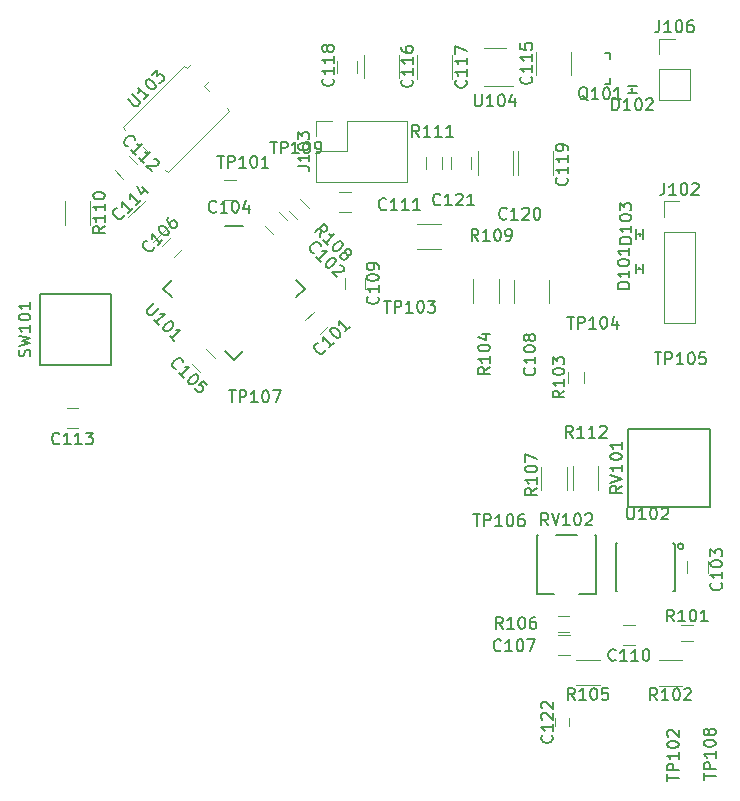
<source format=gbr>
G04 #@! TF.FileFunction,Legend,Top*
%FSLAX46Y46*%
G04 Gerber Fmt 4.6, Leading zero omitted, Abs format (unit mm)*
G04 Created by KiCad (PCBNEW 4.0.7) date Wed May 23 19:27:25 2018*
%MOMM*%
%LPD*%
G01*
G04 APERTURE LIST*
%ADD10C,0.100000*%
%ADD11C,0.120000*%
%ADD12C,0.150000*%
G04 APERTURE END LIST*
D10*
D11*
X122383240Y-72313800D02*
X122383240Y-79993800D01*
X122383240Y-79993800D02*
X125043240Y-79993800D01*
X125043240Y-79993800D02*
X125043240Y-72313800D01*
X125043240Y-72313800D02*
X122383240Y-72313800D01*
X122383240Y-71043800D02*
X122383240Y-69713800D01*
X122383240Y-69713800D02*
X123713240Y-69713800D01*
X95421080Y-76157200D02*
X95421080Y-77157200D01*
X97121080Y-77157200D02*
X97121080Y-76157200D01*
X93252127Y-80944274D02*
X93959234Y-80237167D01*
X92757153Y-79035086D02*
X92050046Y-79742193D01*
X90497214Y-71286533D02*
X89790107Y-70579426D01*
X88588026Y-71781507D02*
X89295133Y-72488614D01*
X124393092Y-100158078D02*
X124393092Y-101158078D01*
X126093092Y-101158078D02*
X126093092Y-100158078D01*
X86181820Y-67930660D02*
X85181820Y-67930660D01*
X85181820Y-69630660D02*
X86181820Y-69630660D01*
X82446306Y-83450267D02*
X83153413Y-84157374D01*
X84355494Y-82955293D02*
X83648387Y-82248186D01*
X81601306Y-73716159D02*
X80894199Y-74423266D01*
X79932534Y-73461601D02*
X80639641Y-72754494D01*
X109672940Y-76326740D02*
X109672940Y-78326740D01*
X112632940Y-78326740D02*
X112632940Y-76326740D01*
X118935880Y-107268380D02*
X119935880Y-107268380D01*
X119935880Y-105568380D02*
X118935880Y-105568380D01*
X95887160Y-68916180D02*
X94887160Y-68916180D01*
X94887160Y-70616180D02*
X95887160Y-70616180D01*
X77825191Y-66582490D02*
X77118084Y-65875383D01*
X75916003Y-67077464D02*
X76623110Y-67784571D01*
X71826500Y-88937200D02*
X72826500Y-88937200D01*
X72826500Y-87237200D02*
X71826500Y-87237200D01*
X78459009Y-69653395D02*
X77044795Y-71067609D01*
X79137831Y-73160645D02*
X80552045Y-71746431D01*
X111555080Y-57019700D02*
X111555080Y-59019700D01*
X114515080Y-59019700D02*
X114515080Y-57019700D01*
X99935480Y-59278780D02*
X99935480Y-57278780D01*
X96975480Y-57278780D02*
X96975480Y-59278780D01*
X104492240Y-59329580D02*
X104492240Y-57329580D01*
X101532240Y-57329580D02*
X101532240Y-59329580D01*
X96432740Y-58833320D02*
X96432740Y-57833320D01*
X94732740Y-57833320D02*
X94732740Y-58833320D01*
X110081880Y-65485520D02*
X110081880Y-67485520D01*
X113041880Y-67485520D02*
X113041880Y-65485520D01*
X106685900Y-65475360D02*
X106685900Y-67475360D01*
X109645900Y-67475360D02*
X109645900Y-65475360D01*
X104387280Y-65974660D02*
X104387280Y-66974660D01*
X106087280Y-66974660D02*
X106087280Y-65974660D01*
D12*
X120130520Y-60536100D02*
X119330520Y-60536100D01*
X119330520Y-59936100D02*
X120130520Y-59936100D01*
X119730520Y-60236100D02*
X119580520Y-60236100D01*
X119730520Y-60136100D02*
X119730520Y-60336100D01*
D11*
X95524320Y-62863420D02*
X100664320Y-62863420D01*
X100664320Y-62863420D02*
X100664320Y-68063420D01*
X100664320Y-68063420D02*
X92924320Y-68063420D01*
X92924320Y-68063420D02*
X92924320Y-65463420D01*
X92924320Y-65463420D02*
X95524320Y-65463420D01*
X95524320Y-65463420D02*
X95524320Y-62863420D01*
X94254320Y-62863420D02*
X92924320Y-62863420D01*
X92924320Y-62863420D02*
X92924320Y-64133420D01*
X121969220Y-58521600D02*
X121969220Y-61121600D01*
X121969220Y-61121600D02*
X124629220Y-61121600D01*
X124629220Y-61121600D02*
X124629220Y-58521600D01*
X124629220Y-58521600D02*
X121969220Y-58521600D01*
X121969220Y-57251600D02*
X121969220Y-55921600D01*
X121969220Y-55921600D02*
X123299220Y-55921600D01*
D12*
X117871980Y-59760400D02*
X117371980Y-59760400D01*
X117871980Y-59260400D02*
X117871980Y-59760400D01*
X117871980Y-57160400D02*
X117371980Y-57160400D01*
X117871980Y-57160400D02*
X117871980Y-57660400D01*
D11*
X124866200Y-106956140D02*
X123866200Y-106956140D01*
X123866200Y-105596140D02*
X124866200Y-105596140D01*
X121948700Y-108566560D02*
X123948700Y-108566560D01*
X123948700Y-110706560D02*
X121948700Y-110706560D01*
X115648020Y-84120100D02*
X115648020Y-85120100D01*
X114288020Y-85120100D02*
X114288020Y-84120100D01*
X106267860Y-78290680D02*
X106267860Y-76290680D01*
X108407860Y-76290680D02*
X108407860Y-78290680D01*
X114957600Y-108538620D02*
X116957600Y-108538620D01*
X116957600Y-110678620D02*
X114957600Y-110678620D01*
X114390880Y-106163660D02*
X113390880Y-106163660D01*
X113390880Y-104803660D02*
X114390880Y-104803660D01*
X91365484Y-71214669D02*
X90658377Y-70507562D01*
X91620042Y-69545897D02*
X92327149Y-70253004D01*
X103490520Y-73749560D02*
X101490520Y-73749560D01*
X101490520Y-71609560D02*
X103490520Y-71609560D01*
X71688300Y-71683120D02*
X71688300Y-69683120D01*
X73828300Y-69683120D02*
X73828300Y-71683120D01*
X102233180Y-66946580D02*
X102233180Y-65946580D01*
X103593180Y-65946580D02*
X103593180Y-66946580D01*
D12*
X126337420Y-88950260D02*
X119337420Y-88950260D01*
X126337420Y-95550260D02*
X126337420Y-88950260D01*
X119337420Y-95550260D02*
X126337420Y-95550260D01*
X119337420Y-88950260D02*
X119337420Y-95550260D01*
X69602920Y-77549340D02*
X75602920Y-77549340D01*
X69602920Y-83549340D02*
X69602920Y-77549340D01*
X75602920Y-83549340D02*
X69602920Y-83549340D01*
X75602920Y-77549340D02*
X75602920Y-83549340D01*
X86749402Y-71836294D02*
X85264478Y-71836294D01*
X80738994Y-76361778D02*
X79996532Y-77104240D01*
X79996532Y-77104240D02*
X80738994Y-77846702D01*
X85264478Y-82372186D02*
X86006940Y-83114648D01*
X86006940Y-83114648D02*
X86749402Y-82372186D01*
X91274886Y-77846702D02*
X92017348Y-77104240D01*
X92017348Y-77104240D02*
X91274886Y-76361778D01*
X124060792Y-98910278D02*
G75*
G03X124060792Y-98910278I-250000J0D01*
G01*
X123160792Y-98660278D02*
X123310792Y-98810278D01*
X123310792Y-98810278D02*
X123310792Y-102660278D01*
X123310792Y-102660278D02*
X123160792Y-102660278D01*
X118460792Y-102660278D02*
X118310792Y-102660278D01*
X118310792Y-102660278D02*
X118310792Y-98660278D01*
X118310792Y-98660278D02*
X118460792Y-98660278D01*
D11*
X85398842Y-61813502D02*
X85610974Y-62025634D01*
X85610974Y-62025634D02*
X80378384Y-67258224D01*
X80378384Y-67258224D02*
X80166252Y-67046092D01*
X82358283Y-58065836D02*
X82004730Y-58419390D01*
X82004730Y-58419390D02*
X81792598Y-58207258D01*
X81792598Y-58207258D02*
X76560008Y-63439848D01*
X76560008Y-63439848D02*
X76772140Y-63651980D01*
X83843207Y-59550760D02*
X83489654Y-59904314D01*
X83489654Y-59904314D02*
X83913918Y-60328578D01*
X78681328Y-65561168D02*
X78257064Y-65136904D01*
X109003660Y-56685580D02*
X107203660Y-56685580D01*
X107203660Y-59905580D02*
X109653660Y-59905580D01*
X112015880Y-94159580D02*
X112015880Y-92159580D01*
X114155880Y-92159580D02*
X114155880Y-94159580D01*
X116855900Y-92134180D02*
X116855900Y-94134180D01*
X114715900Y-94134180D02*
X114715900Y-92134180D01*
D12*
X111650140Y-102978840D02*
X113050140Y-102978840D01*
X111650140Y-97978840D02*
X111650140Y-102978840D01*
X111750140Y-97978840D02*
X111650140Y-97978840D01*
X115050140Y-97978840D02*
X113250140Y-97978840D01*
X116650140Y-97978840D02*
X116550140Y-97978840D01*
X116650140Y-102978840D02*
X116650140Y-97978840D01*
X115250140Y-102978840D02*
X116650140Y-102978840D01*
X120017260Y-75802440D02*
X120017260Y-75002440D01*
X120617260Y-75002440D02*
X120617260Y-75802440D01*
X120317260Y-75402440D02*
X120317260Y-75252440D01*
X120417260Y-75402440D02*
X120217260Y-75402440D01*
X120637580Y-72083080D02*
X120637580Y-72883080D01*
X120037580Y-72883080D02*
X120037580Y-72083080D01*
X120337580Y-72483080D02*
X120337580Y-72633080D01*
X120237580Y-72483080D02*
X120437580Y-72483080D01*
D11*
X114424080Y-106426900D02*
X113424080Y-106426900D01*
X113424080Y-108126900D02*
X114424080Y-108126900D01*
X113200000Y-114150000D02*
X113200000Y-113450000D01*
X114400000Y-113450000D02*
X114400000Y-114150000D01*
D12*
X122427526Y-68166181D02*
X122427526Y-68880467D01*
X122379906Y-69023324D01*
X122284668Y-69118562D01*
X122141811Y-69166181D01*
X122046573Y-69166181D01*
X123427526Y-69166181D02*
X122856097Y-69166181D01*
X123141811Y-69166181D02*
X123141811Y-68166181D01*
X123046573Y-68309038D01*
X122951335Y-68404276D01*
X122856097Y-68451895D01*
X124046573Y-68166181D02*
X124141812Y-68166181D01*
X124237050Y-68213800D01*
X124284669Y-68261419D01*
X124332288Y-68356657D01*
X124379907Y-68547133D01*
X124379907Y-68785229D01*
X124332288Y-68975705D01*
X124284669Y-69070943D01*
X124237050Y-69118562D01*
X124141812Y-69166181D01*
X124046573Y-69166181D01*
X123951335Y-69118562D01*
X123903716Y-69070943D01*
X123856097Y-68975705D01*
X123808478Y-68785229D01*
X123808478Y-68547133D01*
X123856097Y-68356657D01*
X123903716Y-68261419D01*
X123951335Y-68213800D01*
X124046573Y-68166181D01*
X124760859Y-68261419D02*
X124808478Y-68213800D01*
X124903716Y-68166181D01*
X125141812Y-68166181D01*
X125237050Y-68213800D01*
X125284669Y-68261419D01*
X125332288Y-68356657D01*
X125332288Y-68451895D01*
X125284669Y-68594752D01*
X124713240Y-69166181D01*
X125332288Y-69166181D01*
X98157143Y-77776247D02*
X98204762Y-77823866D01*
X98252381Y-77966723D01*
X98252381Y-78061961D01*
X98204762Y-78204819D01*
X98109524Y-78300057D01*
X98014286Y-78347676D01*
X97823810Y-78395295D01*
X97680952Y-78395295D01*
X97490476Y-78347676D01*
X97395238Y-78300057D01*
X97300000Y-78204819D01*
X97252381Y-78061961D01*
X97252381Y-77966723D01*
X97300000Y-77823866D01*
X97347619Y-77776247D01*
X98252381Y-76823866D02*
X98252381Y-77395295D01*
X98252381Y-77109581D02*
X97252381Y-77109581D01*
X97395238Y-77204819D01*
X97490476Y-77300057D01*
X97538095Y-77395295D01*
X97252381Y-76204819D02*
X97252381Y-76109580D01*
X97300000Y-76014342D01*
X97347619Y-75966723D01*
X97442857Y-75919104D01*
X97633333Y-75871485D01*
X97871429Y-75871485D01*
X98061905Y-75919104D01*
X98157143Y-75966723D01*
X98204762Y-76014342D01*
X98252381Y-76109580D01*
X98252381Y-76204819D01*
X98204762Y-76300057D01*
X98157143Y-76347676D01*
X98061905Y-76395295D01*
X97871429Y-76442914D01*
X97633333Y-76442914D01*
X97442857Y-76395295D01*
X97347619Y-76347676D01*
X97300000Y-76300057D01*
X97252381Y-76204819D01*
X98252381Y-75395295D02*
X98252381Y-75204819D01*
X98204762Y-75109580D01*
X98157143Y-75061961D01*
X98014286Y-74966723D01*
X97823810Y-74919104D01*
X97442857Y-74919104D01*
X97347619Y-74966723D01*
X97300000Y-75014342D01*
X97252381Y-75109580D01*
X97252381Y-75300057D01*
X97300000Y-75395295D01*
X97347619Y-75442914D01*
X97442857Y-75490533D01*
X97680952Y-75490533D01*
X97776190Y-75442914D01*
X97823810Y-75395295D01*
X97871429Y-75300057D01*
X97871429Y-75109580D01*
X97823810Y-75014342D01*
X97776190Y-74966723D01*
X97680952Y-74919104D01*
X93703330Y-82270941D02*
X93703330Y-82338284D01*
X93635986Y-82472971D01*
X93568643Y-82540315D01*
X93433955Y-82607659D01*
X93299268Y-82607659D01*
X93198253Y-82573987D01*
X93029894Y-82472972D01*
X92928879Y-82371956D01*
X92827863Y-82203598D01*
X92794192Y-82102582D01*
X92794192Y-81967895D01*
X92861536Y-81833208D01*
X92928879Y-81765864D01*
X93063566Y-81698521D01*
X93130910Y-81698521D01*
X94444108Y-81664849D02*
X94040047Y-82068911D01*
X94242077Y-81866880D02*
X93534970Y-81159774D01*
X93568642Y-81328132D01*
X93568642Y-81462819D01*
X93534970Y-81563834D01*
X94174734Y-80520010D02*
X94242078Y-80452666D01*
X94343093Y-80418994D01*
X94410436Y-80418994D01*
X94511451Y-80452666D01*
X94679810Y-80553681D01*
X94848169Y-80722041D01*
X94949184Y-80890399D01*
X94982856Y-80991414D01*
X94982856Y-81058758D01*
X94949184Y-81159773D01*
X94881840Y-81227117D01*
X94780825Y-81260789D01*
X94713482Y-81260789D01*
X94612467Y-81227117D01*
X94444108Y-81126102D01*
X94275749Y-80957743D01*
X94174734Y-80789384D01*
X94141062Y-80688369D01*
X94141062Y-80621025D01*
X94174734Y-80520010D01*
X95790978Y-80317979D02*
X95386917Y-80722041D01*
X95588947Y-80520010D02*
X94881840Y-79812903D01*
X94915512Y-79981262D01*
X94915512Y-80115949D01*
X94881840Y-80216964D01*
X92756176Y-74061253D02*
X92688833Y-74061253D01*
X92554146Y-73993909D01*
X92486802Y-73926566D01*
X92419458Y-73791878D01*
X92419458Y-73657191D01*
X92453130Y-73556176D01*
X92554145Y-73387817D01*
X92655161Y-73286802D01*
X92823519Y-73185786D01*
X92924535Y-73152115D01*
X93059222Y-73152115D01*
X93193909Y-73219459D01*
X93261253Y-73286802D01*
X93328596Y-73421489D01*
X93328596Y-73488833D01*
X93362268Y-74802031D02*
X92958206Y-74397970D01*
X93160237Y-74600000D02*
X93867343Y-73892893D01*
X93698985Y-73926565D01*
X93564298Y-73926565D01*
X93463283Y-73892893D01*
X94507107Y-74532657D02*
X94574451Y-74600001D01*
X94608123Y-74701016D01*
X94608123Y-74768359D01*
X94574451Y-74869374D01*
X94473436Y-75037733D01*
X94305076Y-75206092D01*
X94136718Y-75307107D01*
X94035703Y-75340779D01*
X93968359Y-75340779D01*
X93867344Y-75307107D01*
X93800000Y-75239763D01*
X93766328Y-75138748D01*
X93766328Y-75071405D01*
X93800000Y-74970390D01*
X93901015Y-74802031D01*
X94069374Y-74633672D01*
X94237733Y-74532657D01*
X94338748Y-74498985D01*
X94406092Y-74498985D01*
X94507107Y-74532657D01*
X94944840Y-75105076D02*
X95012183Y-75105076D01*
X95113198Y-75138748D01*
X95281558Y-75307107D01*
X95315229Y-75408123D01*
X95315229Y-75475466D01*
X95281558Y-75576481D01*
X95214214Y-75643825D01*
X95079527Y-75711168D01*
X94271405Y-75711168D01*
X94709138Y-76148901D01*
X127230143Y-102012927D02*
X127277762Y-102060546D01*
X127325381Y-102203403D01*
X127325381Y-102298641D01*
X127277762Y-102441499D01*
X127182524Y-102536737D01*
X127087286Y-102584356D01*
X126896810Y-102631975D01*
X126753952Y-102631975D01*
X126563476Y-102584356D01*
X126468238Y-102536737D01*
X126373000Y-102441499D01*
X126325381Y-102298641D01*
X126325381Y-102203403D01*
X126373000Y-102060546D01*
X126420619Y-102012927D01*
X127325381Y-101060546D02*
X127325381Y-101631975D01*
X127325381Y-101346261D02*
X126325381Y-101346261D01*
X126468238Y-101441499D01*
X126563476Y-101536737D01*
X126611095Y-101631975D01*
X126325381Y-100441499D02*
X126325381Y-100346260D01*
X126373000Y-100251022D01*
X126420619Y-100203403D01*
X126515857Y-100155784D01*
X126706333Y-100108165D01*
X126944429Y-100108165D01*
X127134905Y-100155784D01*
X127230143Y-100203403D01*
X127277762Y-100251022D01*
X127325381Y-100346260D01*
X127325381Y-100441499D01*
X127277762Y-100536737D01*
X127230143Y-100584356D01*
X127134905Y-100631975D01*
X126944429Y-100679594D01*
X126706333Y-100679594D01*
X126515857Y-100631975D01*
X126420619Y-100584356D01*
X126373000Y-100536737D01*
X126325381Y-100441499D01*
X126325381Y-99774832D02*
X126325381Y-99155784D01*
X126706333Y-99489118D01*
X126706333Y-99346260D01*
X126753952Y-99251022D01*
X126801571Y-99203403D01*
X126896810Y-99155784D01*
X127134905Y-99155784D01*
X127230143Y-99203403D01*
X127277762Y-99251022D01*
X127325381Y-99346260D01*
X127325381Y-99631975D01*
X127277762Y-99727213D01*
X127230143Y-99774832D01*
X84480953Y-70557143D02*
X84433334Y-70604762D01*
X84290477Y-70652381D01*
X84195239Y-70652381D01*
X84052381Y-70604762D01*
X83957143Y-70509524D01*
X83909524Y-70414286D01*
X83861905Y-70223810D01*
X83861905Y-70080952D01*
X83909524Y-69890476D01*
X83957143Y-69795238D01*
X84052381Y-69700000D01*
X84195239Y-69652381D01*
X84290477Y-69652381D01*
X84433334Y-69700000D01*
X84480953Y-69747619D01*
X85433334Y-70652381D02*
X84861905Y-70652381D01*
X85147619Y-70652381D02*
X85147619Y-69652381D01*
X85052381Y-69795238D01*
X84957143Y-69890476D01*
X84861905Y-69938095D01*
X86052381Y-69652381D02*
X86147620Y-69652381D01*
X86242858Y-69700000D01*
X86290477Y-69747619D01*
X86338096Y-69842857D01*
X86385715Y-70033333D01*
X86385715Y-70271429D01*
X86338096Y-70461905D01*
X86290477Y-70557143D01*
X86242858Y-70604762D01*
X86147620Y-70652381D01*
X86052381Y-70652381D01*
X85957143Y-70604762D01*
X85909524Y-70557143D01*
X85861905Y-70461905D01*
X85814286Y-70271429D01*
X85814286Y-70033333D01*
X85861905Y-69842857D01*
X85909524Y-69747619D01*
X85957143Y-69700000D01*
X86052381Y-69652381D01*
X87242858Y-69985714D02*
X87242858Y-70652381D01*
X87004762Y-69604762D02*
X86766667Y-70319048D01*
X87385715Y-70319048D01*
X81119639Y-83901470D02*
X81052296Y-83901470D01*
X80917609Y-83834126D01*
X80850265Y-83766783D01*
X80782921Y-83632095D01*
X80782921Y-83497408D01*
X80816593Y-83396393D01*
X80917608Y-83228034D01*
X81018624Y-83127019D01*
X81186982Y-83026003D01*
X81287998Y-82992332D01*
X81422685Y-82992332D01*
X81557372Y-83059676D01*
X81624716Y-83127019D01*
X81692059Y-83261706D01*
X81692059Y-83329050D01*
X81725731Y-84642248D02*
X81321669Y-84238187D01*
X81523700Y-84440217D02*
X82230806Y-83733110D01*
X82062448Y-83766782D01*
X81927761Y-83766782D01*
X81826746Y-83733110D01*
X82870570Y-84372874D02*
X82937914Y-84440218D01*
X82971586Y-84541233D01*
X82971586Y-84608576D01*
X82937914Y-84709591D01*
X82836899Y-84877950D01*
X82668539Y-85046309D01*
X82500181Y-85147324D01*
X82399166Y-85180996D01*
X82331822Y-85180996D01*
X82230807Y-85147324D01*
X82163463Y-85079980D01*
X82129791Y-84978965D01*
X82129791Y-84911622D01*
X82163463Y-84810607D01*
X82264478Y-84642248D01*
X82432837Y-84473889D01*
X82601196Y-84372874D01*
X82702211Y-84339202D01*
X82769555Y-84339202D01*
X82870570Y-84372874D01*
X83746036Y-85248340D02*
X83409318Y-84911622D01*
X83038929Y-85214667D01*
X83106273Y-85214667D01*
X83207288Y-85248339D01*
X83375647Y-85416698D01*
X83409319Y-85517713D01*
X83409319Y-85585057D01*
X83375646Y-85686073D01*
X83207288Y-85854431D01*
X83106273Y-85888103D01*
X83038929Y-85888103D01*
X82937914Y-85854431D01*
X82769555Y-85686072D01*
X82735883Y-85585057D01*
X82735883Y-85517713D01*
X79202868Y-73607399D02*
X79202868Y-73674742D01*
X79135524Y-73809429D01*
X79068181Y-73876773D01*
X78933493Y-73944117D01*
X78798806Y-73944117D01*
X78697791Y-73910445D01*
X78529432Y-73809430D01*
X78428417Y-73708414D01*
X78327401Y-73540056D01*
X78293730Y-73439040D01*
X78293730Y-73304353D01*
X78361074Y-73169666D01*
X78428417Y-73102322D01*
X78563104Y-73034979D01*
X78630448Y-73034979D01*
X79943646Y-73001307D02*
X79539585Y-73405369D01*
X79741615Y-73203338D02*
X79034508Y-72496232D01*
X79068180Y-72664590D01*
X79068180Y-72799277D01*
X79034508Y-72900292D01*
X79674272Y-71856468D02*
X79741616Y-71789124D01*
X79842631Y-71755452D01*
X79909974Y-71755452D01*
X80010989Y-71789124D01*
X80179348Y-71890139D01*
X80347707Y-72058499D01*
X80448722Y-72226857D01*
X80482394Y-72327872D01*
X80482394Y-72395216D01*
X80448722Y-72496231D01*
X80381378Y-72563575D01*
X80280363Y-72597247D01*
X80213020Y-72597247D01*
X80112005Y-72563575D01*
X79943646Y-72462560D01*
X79775287Y-72294201D01*
X79674272Y-72125842D01*
X79640600Y-72024827D01*
X79640600Y-71957483D01*
X79674272Y-71856468D01*
X80516066Y-71014674D02*
X80381378Y-71149361D01*
X80347707Y-71250377D01*
X80347707Y-71317720D01*
X80381378Y-71486079D01*
X80482393Y-71654437D01*
X80751768Y-71923812D01*
X80852783Y-71957483D01*
X80920127Y-71957483D01*
X81021142Y-71923812D01*
X81155829Y-71789124D01*
X81189501Y-71688109D01*
X81189501Y-71620765D01*
X81155829Y-71519750D01*
X80987471Y-71351392D01*
X80886455Y-71317719D01*
X80819111Y-71317719D01*
X80718096Y-71351391D01*
X80583409Y-71486079D01*
X80549737Y-71587094D01*
X80549737Y-71654437D01*
X80583409Y-71755453D01*
X111418643Y-83808747D02*
X111466262Y-83856366D01*
X111513881Y-83999223D01*
X111513881Y-84094461D01*
X111466262Y-84237319D01*
X111371024Y-84332557D01*
X111275786Y-84380176D01*
X111085310Y-84427795D01*
X110942452Y-84427795D01*
X110751976Y-84380176D01*
X110656738Y-84332557D01*
X110561500Y-84237319D01*
X110513881Y-84094461D01*
X110513881Y-83999223D01*
X110561500Y-83856366D01*
X110609119Y-83808747D01*
X111513881Y-82856366D02*
X111513881Y-83427795D01*
X111513881Y-83142081D02*
X110513881Y-83142081D01*
X110656738Y-83237319D01*
X110751976Y-83332557D01*
X110799595Y-83427795D01*
X110513881Y-82237319D02*
X110513881Y-82142080D01*
X110561500Y-82046842D01*
X110609119Y-81999223D01*
X110704357Y-81951604D01*
X110894833Y-81903985D01*
X111132929Y-81903985D01*
X111323405Y-81951604D01*
X111418643Y-81999223D01*
X111466262Y-82046842D01*
X111513881Y-82142080D01*
X111513881Y-82237319D01*
X111466262Y-82332557D01*
X111418643Y-82380176D01*
X111323405Y-82427795D01*
X111132929Y-82475414D01*
X110894833Y-82475414D01*
X110704357Y-82427795D01*
X110609119Y-82380176D01*
X110561500Y-82332557D01*
X110513881Y-82237319D01*
X110942452Y-81332557D02*
X110894833Y-81427795D01*
X110847214Y-81475414D01*
X110751976Y-81523033D01*
X110704357Y-81523033D01*
X110609119Y-81475414D01*
X110561500Y-81427795D01*
X110513881Y-81332557D01*
X110513881Y-81142080D01*
X110561500Y-81046842D01*
X110609119Y-80999223D01*
X110704357Y-80951604D01*
X110751976Y-80951604D01*
X110847214Y-80999223D01*
X110894833Y-81046842D01*
X110942452Y-81142080D01*
X110942452Y-81332557D01*
X110990071Y-81427795D01*
X111037690Y-81475414D01*
X111132929Y-81523033D01*
X111323405Y-81523033D01*
X111418643Y-81475414D01*
X111466262Y-81427795D01*
X111513881Y-81332557D01*
X111513881Y-81142080D01*
X111466262Y-81046842D01*
X111418643Y-80999223D01*
X111323405Y-80951604D01*
X111132929Y-80951604D01*
X111037690Y-80999223D01*
X110990071Y-81046842D01*
X110942452Y-81142080D01*
X118316833Y-108525523D02*
X118269214Y-108573142D01*
X118126357Y-108620761D01*
X118031119Y-108620761D01*
X117888261Y-108573142D01*
X117793023Y-108477904D01*
X117745404Y-108382666D01*
X117697785Y-108192190D01*
X117697785Y-108049332D01*
X117745404Y-107858856D01*
X117793023Y-107763618D01*
X117888261Y-107668380D01*
X118031119Y-107620761D01*
X118126357Y-107620761D01*
X118269214Y-107668380D01*
X118316833Y-107715999D01*
X119269214Y-108620761D02*
X118697785Y-108620761D01*
X118983499Y-108620761D02*
X118983499Y-107620761D01*
X118888261Y-107763618D01*
X118793023Y-107858856D01*
X118697785Y-107906475D01*
X120221595Y-108620761D02*
X119650166Y-108620761D01*
X119935880Y-108620761D02*
X119935880Y-107620761D01*
X119840642Y-107763618D01*
X119745404Y-107858856D01*
X119650166Y-107906475D01*
X120840642Y-107620761D02*
X120935881Y-107620761D01*
X121031119Y-107668380D01*
X121078738Y-107715999D01*
X121126357Y-107811237D01*
X121173976Y-108001713D01*
X121173976Y-108239809D01*
X121126357Y-108430285D01*
X121078738Y-108525523D01*
X121031119Y-108573142D01*
X120935881Y-108620761D01*
X120840642Y-108620761D01*
X120745404Y-108573142D01*
X120697785Y-108525523D01*
X120650166Y-108430285D01*
X120602547Y-108239809D01*
X120602547Y-108001713D01*
X120650166Y-107811237D01*
X120697785Y-107715999D01*
X120745404Y-107668380D01*
X120840642Y-107620761D01*
X98880953Y-70357143D02*
X98833334Y-70404762D01*
X98690477Y-70452381D01*
X98595239Y-70452381D01*
X98452381Y-70404762D01*
X98357143Y-70309524D01*
X98309524Y-70214286D01*
X98261905Y-70023810D01*
X98261905Y-69880952D01*
X98309524Y-69690476D01*
X98357143Y-69595238D01*
X98452381Y-69500000D01*
X98595239Y-69452381D01*
X98690477Y-69452381D01*
X98833334Y-69500000D01*
X98880953Y-69547619D01*
X99833334Y-70452381D02*
X99261905Y-70452381D01*
X99547619Y-70452381D02*
X99547619Y-69452381D01*
X99452381Y-69595238D01*
X99357143Y-69690476D01*
X99261905Y-69738095D01*
X100785715Y-70452381D02*
X100214286Y-70452381D01*
X100500000Y-70452381D02*
X100500000Y-69452381D01*
X100404762Y-69595238D01*
X100309524Y-69690476D01*
X100214286Y-69738095D01*
X101738096Y-70452381D02*
X101166667Y-70452381D01*
X101452381Y-70452381D02*
X101452381Y-69452381D01*
X101357143Y-69595238D01*
X101261905Y-69690476D01*
X101166667Y-69738095D01*
X77064210Y-65053793D02*
X76996867Y-65053793D01*
X76862180Y-64986449D01*
X76794836Y-64919106D01*
X76727492Y-64784418D01*
X76727492Y-64649731D01*
X76761164Y-64548716D01*
X76862179Y-64380357D01*
X76963195Y-64279342D01*
X77131553Y-64178326D01*
X77232569Y-64144655D01*
X77367256Y-64144655D01*
X77501943Y-64211999D01*
X77569287Y-64279342D01*
X77636630Y-64414029D01*
X77636630Y-64481373D01*
X77670302Y-65794571D02*
X77266240Y-65390510D01*
X77468271Y-65592540D02*
X78175377Y-64885433D01*
X78007019Y-64919105D01*
X77872332Y-64919105D01*
X77771317Y-64885433D01*
X78343737Y-66468006D02*
X77939675Y-66063945D01*
X78141706Y-66265975D02*
X78848812Y-65558868D01*
X78680454Y-65592540D01*
X78545767Y-65592540D01*
X78444752Y-65558868D01*
X79252874Y-66097616D02*
X79320217Y-66097616D01*
X79421232Y-66131288D01*
X79589592Y-66299647D01*
X79623263Y-66400663D01*
X79623263Y-66468006D01*
X79589592Y-66569021D01*
X79522248Y-66636365D01*
X79387561Y-66703708D01*
X78579439Y-66703708D01*
X79017172Y-67141441D01*
X71207453Y-90194343D02*
X71159834Y-90241962D01*
X71016977Y-90289581D01*
X70921739Y-90289581D01*
X70778881Y-90241962D01*
X70683643Y-90146724D01*
X70636024Y-90051486D01*
X70588405Y-89861010D01*
X70588405Y-89718152D01*
X70636024Y-89527676D01*
X70683643Y-89432438D01*
X70778881Y-89337200D01*
X70921739Y-89289581D01*
X71016977Y-89289581D01*
X71159834Y-89337200D01*
X71207453Y-89384819D01*
X72159834Y-90289581D02*
X71588405Y-90289581D01*
X71874119Y-90289581D02*
X71874119Y-89289581D01*
X71778881Y-89432438D01*
X71683643Y-89527676D01*
X71588405Y-89575295D01*
X73112215Y-90289581D02*
X72540786Y-90289581D01*
X72826500Y-90289581D02*
X72826500Y-89289581D01*
X72731262Y-89432438D01*
X72636024Y-89527676D01*
X72540786Y-89575295D01*
X73445548Y-89289581D02*
X74064596Y-89289581D01*
X73731262Y-89670533D01*
X73874120Y-89670533D01*
X73969358Y-89718152D01*
X74016977Y-89765771D01*
X74064596Y-89861010D01*
X74064596Y-90099105D01*
X74016977Y-90194343D01*
X73969358Y-90241962D01*
X73874120Y-90289581D01*
X73588405Y-90289581D01*
X73493167Y-90241962D01*
X73445548Y-90194343D01*
X76668683Y-70859854D02*
X76668683Y-70927197D01*
X76601339Y-71061884D01*
X76533996Y-71129228D01*
X76399308Y-71196572D01*
X76264621Y-71196572D01*
X76163606Y-71162900D01*
X75995247Y-71061885D01*
X75894232Y-70960869D01*
X75793216Y-70792511D01*
X75759545Y-70691495D01*
X75759545Y-70556808D01*
X75826889Y-70422121D01*
X75894232Y-70354777D01*
X76028919Y-70287434D01*
X76096263Y-70287434D01*
X77409461Y-70253762D02*
X77005400Y-70657824D01*
X77207430Y-70455793D02*
X76500323Y-69748687D01*
X76533995Y-69917045D01*
X76533995Y-70051732D01*
X76500323Y-70152747D01*
X78082896Y-69580327D02*
X77678835Y-69984389D01*
X77880865Y-69782358D02*
X77173758Y-69075252D01*
X77207430Y-69243610D01*
X77207430Y-69378297D01*
X77173758Y-69479312D01*
X78217583Y-68502831D02*
X78688988Y-68974236D01*
X77779850Y-68401816D02*
X78116568Y-69075252D01*
X78554301Y-68637518D01*
X111142223Y-59138747D02*
X111189842Y-59186366D01*
X111237461Y-59329223D01*
X111237461Y-59424461D01*
X111189842Y-59567319D01*
X111094604Y-59662557D01*
X110999366Y-59710176D01*
X110808890Y-59757795D01*
X110666032Y-59757795D01*
X110475556Y-59710176D01*
X110380318Y-59662557D01*
X110285080Y-59567319D01*
X110237461Y-59424461D01*
X110237461Y-59329223D01*
X110285080Y-59186366D01*
X110332699Y-59138747D01*
X111237461Y-58186366D02*
X111237461Y-58757795D01*
X111237461Y-58472081D02*
X110237461Y-58472081D01*
X110380318Y-58567319D01*
X110475556Y-58662557D01*
X110523175Y-58757795D01*
X111237461Y-57233985D02*
X111237461Y-57805414D01*
X111237461Y-57519700D02*
X110237461Y-57519700D01*
X110380318Y-57614938D01*
X110475556Y-57710176D01*
X110523175Y-57805414D01*
X110237461Y-56329223D02*
X110237461Y-56805414D01*
X110713651Y-56853033D01*
X110666032Y-56805414D01*
X110618413Y-56710176D01*
X110618413Y-56472080D01*
X110666032Y-56376842D01*
X110713651Y-56329223D01*
X110808890Y-56281604D01*
X111046985Y-56281604D01*
X111142223Y-56329223D01*
X111189842Y-56376842D01*
X111237461Y-56472080D01*
X111237461Y-56710176D01*
X111189842Y-56805414D01*
X111142223Y-56853033D01*
X101062623Y-59397827D02*
X101110242Y-59445446D01*
X101157861Y-59588303D01*
X101157861Y-59683541D01*
X101110242Y-59826399D01*
X101015004Y-59921637D01*
X100919766Y-59969256D01*
X100729290Y-60016875D01*
X100586432Y-60016875D01*
X100395956Y-59969256D01*
X100300718Y-59921637D01*
X100205480Y-59826399D01*
X100157861Y-59683541D01*
X100157861Y-59588303D01*
X100205480Y-59445446D01*
X100253099Y-59397827D01*
X101157861Y-58445446D02*
X101157861Y-59016875D01*
X101157861Y-58731161D02*
X100157861Y-58731161D01*
X100300718Y-58826399D01*
X100395956Y-58921637D01*
X100443575Y-59016875D01*
X101157861Y-57493065D02*
X101157861Y-58064494D01*
X101157861Y-57778780D02*
X100157861Y-57778780D01*
X100300718Y-57874018D01*
X100395956Y-57969256D01*
X100443575Y-58064494D01*
X100157861Y-56635922D02*
X100157861Y-56826399D01*
X100205480Y-56921637D01*
X100253099Y-56969256D01*
X100395956Y-57064494D01*
X100586432Y-57112113D01*
X100967385Y-57112113D01*
X101062623Y-57064494D01*
X101110242Y-57016875D01*
X101157861Y-56921637D01*
X101157861Y-56731160D01*
X101110242Y-56635922D01*
X101062623Y-56588303D01*
X100967385Y-56540684D01*
X100729290Y-56540684D01*
X100634051Y-56588303D01*
X100586432Y-56635922D01*
X100538813Y-56731160D01*
X100538813Y-56921637D01*
X100586432Y-57016875D01*
X100634051Y-57064494D01*
X100729290Y-57112113D01*
X105619383Y-59448627D02*
X105667002Y-59496246D01*
X105714621Y-59639103D01*
X105714621Y-59734341D01*
X105667002Y-59877199D01*
X105571764Y-59972437D01*
X105476526Y-60020056D01*
X105286050Y-60067675D01*
X105143192Y-60067675D01*
X104952716Y-60020056D01*
X104857478Y-59972437D01*
X104762240Y-59877199D01*
X104714621Y-59734341D01*
X104714621Y-59639103D01*
X104762240Y-59496246D01*
X104809859Y-59448627D01*
X105714621Y-58496246D02*
X105714621Y-59067675D01*
X105714621Y-58781961D02*
X104714621Y-58781961D01*
X104857478Y-58877199D01*
X104952716Y-58972437D01*
X105000335Y-59067675D01*
X105714621Y-57543865D02*
X105714621Y-58115294D01*
X105714621Y-57829580D02*
X104714621Y-57829580D01*
X104857478Y-57924818D01*
X104952716Y-58020056D01*
X105000335Y-58115294D01*
X104714621Y-57210532D02*
X104714621Y-56543865D01*
X105714621Y-56972437D01*
X94357143Y-59319047D02*
X94404762Y-59366666D01*
X94452381Y-59509523D01*
X94452381Y-59604761D01*
X94404762Y-59747619D01*
X94309524Y-59842857D01*
X94214286Y-59890476D01*
X94023810Y-59938095D01*
X93880952Y-59938095D01*
X93690476Y-59890476D01*
X93595238Y-59842857D01*
X93500000Y-59747619D01*
X93452381Y-59604761D01*
X93452381Y-59509523D01*
X93500000Y-59366666D01*
X93547619Y-59319047D01*
X94452381Y-58366666D02*
X94452381Y-58938095D01*
X94452381Y-58652381D02*
X93452381Y-58652381D01*
X93595238Y-58747619D01*
X93690476Y-58842857D01*
X93738095Y-58938095D01*
X94452381Y-57414285D02*
X94452381Y-57985714D01*
X94452381Y-57700000D02*
X93452381Y-57700000D01*
X93595238Y-57795238D01*
X93690476Y-57890476D01*
X93738095Y-57985714D01*
X93880952Y-56842857D02*
X93833333Y-56938095D01*
X93785714Y-56985714D01*
X93690476Y-57033333D01*
X93642857Y-57033333D01*
X93547619Y-56985714D01*
X93500000Y-56938095D01*
X93452381Y-56842857D01*
X93452381Y-56652380D01*
X93500000Y-56557142D01*
X93547619Y-56509523D01*
X93642857Y-56461904D01*
X93690476Y-56461904D01*
X93785714Y-56509523D01*
X93833333Y-56557142D01*
X93880952Y-56652380D01*
X93880952Y-56842857D01*
X93928571Y-56938095D01*
X93976190Y-56985714D01*
X94071429Y-57033333D01*
X94261905Y-57033333D01*
X94357143Y-56985714D01*
X94404762Y-56938095D01*
X94452381Y-56842857D01*
X94452381Y-56652380D01*
X94404762Y-56557142D01*
X94357143Y-56509523D01*
X94261905Y-56461904D01*
X94071429Y-56461904D01*
X93976190Y-56509523D01*
X93928571Y-56557142D01*
X93880952Y-56652380D01*
X114157143Y-67719047D02*
X114204762Y-67766666D01*
X114252381Y-67909523D01*
X114252381Y-68004761D01*
X114204762Y-68147619D01*
X114109524Y-68242857D01*
X114014286Y-68290476D01*
X113823810Y-68338095D01*
X113680952Y-68338095D01*
X113490476Y-68290476D01*
X113395238Y-68242857D01*
X113300000Y-68147619D01*
X113252381Y-68004761D01*
X113252381Y-67909523D01*
X113300000Y-67766666D01*
X113347619Y-67719047D01*
X114252381Y-66766666D02*
X114252381Y-67338095D01*
X114252381Y-67052381D02*
X113252381Y-67052381D01*
X113395238Y-67147619D01*
X113490476Y-67242857D01*
X113538095Y-67338095D01*
X114252381Y-65814285D02*
X114252381Y-66385714D01*
X114252381Y-66100000D02*
X113252381Y-66100000D01*
X113395238Y-66195238D01*
X113490476Y-66290476D01*
X113538095Y-66385714D01*
X114252381Y-65338095D02*
X114252381Y-65147619D01*
X114204762Y-65052380D01*
X114157143Y-65004761D01*
X114014286Y-64909523D01*
X113823810Y-64861904D01*
X113442857Y-64861904D01*
X113347619Y-64909523D01*
X113300000Y-64957142D01*
X113252381Y-65052380D01*
X113252381Y-65242857D01*
X113300000Y-65338095D01*
X113347619Y-65385714D01*
X113442857Y-65433333D01*
X113680952Y-65433333D01*
X113776190Y-65385714D01*
X113823810Y-65338095D01*
X113871429Y-65242857D01*
X113871429Y-65052380D01*
X113823810Y-64957142D01*
X113776190Y-64909523D01*
X113680952Y-64861904D01*
X109080953Y-71157143D02*
X109033334Y-71204762D01*
X108890477Y-71252381D01*
X108795239Y-71252381D01*
X108652381Y-71204762D01*
X108557143Y-71109524D01*
X108509524Y-71014286D01*
X108461905Y-70823810D01*
X108461905Y-70680952D01*
X108509524Y-70490476D01*
X108557143Y-70395238D01*
X108652381Y-70300000D01*
X108795239Y-70252381D01*
X108890477Y-70252381D01*
X109033334Y-70300000D01*
X109080953Y-70347619D01*
X110033334Y-71252381D02*
X109461905Y-71252381D01*
X109747619Y-71252381D02*
X109747619Y-70252381D01*
X109652381Y-70395238D01*
X109557143Y-70490476D01*
X109461905Y-70538095D01*
X110414286Y-70347619D02*
X110461905Y-70300000D01*
X110557143Y-70252381D01*
X110795239Y-70252381D01*
X110890477Y-70300000D01*
X110938096Y-70347619D01*
X110985715Y-70442857D01*
X110985715Y-70538095D01*
X110938096Y-70680952D01*
X110366667Y-71252381D01*
X110985715Y-71252381D01*
X111604762Y-70252381D02*
X111700001Y-70252381D01*
X111795239Y-70300000D01*
X111842858Y-70347619D01*
X111890477Y-70442857D01*
X111938096Y-70633333D01*
X111938096Y-70871429D01*
X111890477Y-71061905D01*
X111842858Y-71157143D01*
X111795239Y-71204762D01*
X111700001Y-71252381D01*
X111604762Y-71252381D01*
X111509524Y-71204762D01*
X111461905Y-71157143D01*
X111414286Y-71061905D01*
X111366667Y-70871429D01*
X111366667Y-70633333D01*
X111414286Y-70442857D01*
X111461905Y-70347619D01*
X111509524Y-70300000D01*
X111604762Y-70252381D01*
X103480953Y-69957143D02*
X103433334Y-70004762D01*
X103290477Y-70052381D01*
X103195239Y-70052381D01*
X103052381Y-70004762D01*
X102957143Y-69909524D01*
X102909524Y-69814286D01*
X102861905Y-69623810D01*
X102861905Y-69480952D01*
X102909524Y-69290476D01*
X102957143Y-69195238D01*
X103052381Y-69100000D01*
X103195239Y-69052381D01*
X103290477Y-69052381D01*
X103433334Y-69100000D01*
X103480953Y-69147619D01*
X104433334Y-70052381D02*
X103861905Y-70052381D01*
X104147619Y-70052381D02*
X104147619Y-69052381D01*
X104052381Y-69195238D01*
X103957143Y-69290476D01*
X103861905Y-69338095D01*
X104814286Y-69147619D02*
X104861905Y-69100000D01*
X104957143Y-69052381D01*
X105195239Y-69052381D01*
X105290477Y-69100000D01*
X105338096Y-69147619D01*
X105385715Y-69242857D01*
X105385715Y-69338095D01*
X105338096Y-69480952D01*
X104766667Y-70052381D01*
X105385715Y-70052381D01*
X106338096Y-70052381D02*
X105766667Y-70052381D01*
X106052381Y-70052381D02*
X106052381Y-69052381D01*
X105957143Y-69195238D01*
X105861905Y-69290476D01*
X105766667Y-69338095D01*
X118040044Y-61988481D02*
X118040044Y-60988481D01*
X118278139Y-60988481D01*
X118420997Y-61036100D01*
X118516235Y-61131338D01*
X118563854Y-61226576D01*
X118611473Y-61417052D01*
X118611473Y-61559910D01*
X118563854Y-61750386D01*
X118516235Y-61845624D01*
X118420997Y-61940862D01*
X118278139Y-61988481D01*
X118040044Y-61988481D01*
X119563854Y-61988481D02*
X118992425Y-61988481D01*
X119278139Y-61988481D02*
X119278139Y-60988481D01*
X119182901Y-61131338D01*
X119087663Y-61226576D01*
X118992425Y-61274195D01*
X120182901Y-60988481D02*
X120278140Y-60988481D01*
X120373378Y-61036100D01*
X120420997Y-61083719D01*
X120468616Y-61178957D01*
X120516235Y-61369433D01*
X120516235Y-61607529D01*
X120468616Y-61798005D01*
X120420997Y-61893243D01*
X120373378Y-61940862D01*
X120278140Y-61988481D01*
X120182901Y-61988481D01*
X120087663Y-61940862D01*
X120040044Y-61893243D01*
X119992425Y-61798005D01*
X119944806Y-61607529D01*
X119944806Y-61369433D01*
X119992425Y-61178957D01*
X120040044Y-61083719D01*
X120087663Y-61036100D01*
X120182901Y-60988481D01*
X120897187Y-61083719D02*
X120944806Y-61036100D01*
X121040044Y-60988481D01*
X121278140Y-60988481D01*
X121373378Y-61036100D01*
X121420997Y-61083719D01*
X121468616Y-61178957D01*
X121468616Y-61274195D01*
X121420997Y-61417052D01*
X120849568Y-61988481D01*
X121468616Y-61988481D01*
X91376701Y-66749134D02*
X92090987Y-66749134D01*
X92233844Y-66796754D01*
X92329082Y-66891992D01*
X92376701Y-67034849D01*
X92376701Y-67130087D01*
X92376701Y-65749134D02*
X92376701Y-66320563D01*
X92376701Y-66034849D02*
X91376701Y-66034849D01*
X91519558Y-66130087D01*
X91614796Y-66225325D01*
X91662415Y-66320563D01*
X91376701Y-65130087D02*
X91376701Y-65034848D01*
X91424320Y-64939610D01*
X91471939Y-64891991D01*
X91567177Y-64844372D01*
X91757653Y-64796753D01*
X91995749Y-64796753D01*
X92186225Y-64844372D01*
X92281463Y-64891991D01*
X92329082Y-64939610D01*
X92376701Y-65034848D01*
X92376701Y-65130087D01*
X92329082Y-65225325D01*
X92281463Y-65272944D01*
X92186225Y-65320563D01*
X91995749Y-65368182D01*
X91757653Y-65368182D01*
X91567177Y-65320563D01*
X91471939Y-65272944D01*
X91424320Y-65225325D01*
X91376701Y-65130087D01*
X91376701Y-64463420D02*
X91376701Y-63844372D01*
X91757653Y-64177706D01*
X91757653Y-64034848D01*
X91805272Y-63939610D01*
X91852891Y-63891991D01*
X91948130Y-63844372D01*
X92186225Y-63844372D01*
X92281463Y-63891991D01*
X92329082Y-63939610D01*
X92376701Y-64034848D01*
X92376701Y-64320563D01*
X92329082Y-64415801D01*
X92281463Y-64463420D01*
X122013506Y-54373981D02*
X122013506Y-55088267D01*
X121965886Y-55231124D01*
X121870648Y-55326362D01*
X121727791Y-55373981D01*
X121632553Y-55373981D01*
X123013506Y-55373981D02*
X122442077Y-55373981D01*
X122727791Y-55373981D02*
X122727791Y-54373981D01*
X122632553Y-54516838D01*
X122537315Y-54612076D01*
X122442077Y-54659695D01*
X123632553Y-54373981D02*
X123727792Y-54373981D01*
X123823030Y-54421600D01*
X123870649Y-54469219D01*
X123918268Y-54564457D01*
X123965887Y-54754933D01*
X123965887Y-54993029D01*
X123918268Y-55183505D01*
X123870649Y-55278743D01*
X123823030Y-55326362D01*
X123727792Y-55373981D01*
X123632553Y-55373981D01*
X123537315Y-55326362D01*
X123489696Y-55278743D01*
X123442077Y-55183505D01*
X123394458Y-54993029D01*
X123394458Y-54754933D01*
X123442077Y-54564457D01*
X123489696Y-54469219D01*
X123537315Y-54421600D01*
X123632553Y-54373981D01*
X124823030Y-54373981D02*
X124632553Y-54373981D01*
X124537315Y-54421600D01*
X124489696Y-54469219D01*
X124394458Y-54612076D01*
X124346839Y-54802552D01*
X124346839Y-55183505D01*
X124394458Y-55278743D01*
X124442077Y-55326362D01*
X124537315Y-55373981D01*
X124727792Y-55373981D01*
X124823030Y-55326362D01*
X124870649Y-55278743D01*
X124918268Y-55183505D01*
X124918268Y-54945410D01*
X124870649Y-54850171D01*
X124823030Y-54802552D01*
X124727792Y-54754933D01*
X124537315Y-54754933D01*
X124442077Y-54802552D01*
X124394458Y-54850171D01*
X124346839Y-54945410D01*
X115952381Y-61147619D02*
X115857143Y-61100000D01*
X115761905Y-61004762D01*
X115619048Y-60861905D01*
X115523809Y-60814286D01*
X115428571Y-60814286D01*
X115476190Y-61052381D02*
X115380952Y-61004762D01*
X115285714Y-60909524D01*
X115238095Y-60719048D01*
X115238095Y-60385714D01*
X115285714Y-60195238D01*
X115380952Y-60100000D01*
X115476190Y-60052381D01*
X115666667Y-60052381D01*
X115761905Y-60100000D01*
X115857143Y-60195238D01*
X115904762Y-60385714D01*
X115904762Y-60719048D01*
X115857143Y-60909524D01*
X115761905Y-61004762D01*
X115666667Y-61052381D01*
X115476190Y-61052381D01*
X116857143Y-61052381D02*
X116285714Y-61052381D01*
X116571428Y-61052381D02*
X116571428Y-60052381D01*
X116476190Y-60195238D01*
X116380952Y-60290476D01*
X116285714Y-60338095D01*
X117476190Y-60052381D02*
X117571429Y-60052381D01*
X117666667Y-60100000D01*
X117714286Y-60147619D01*
X117761905Y-60242857D01*
X117809524Y-60433333D01*
X117809524Y-60671429D01*
X117761905Y-60861905D01*
X117714286Y-60957143D01*
X117666667Y-61004762D01*
X117571429Y-61052381D01*
X117476190Y-61052381D01*
X117380952Y-61004762D01*
X117333333Y-60957143D01*
X117285714Y-60861905D01*
X117238095Y-60671429D01*
X117238095Y-60433333D01*
X117285714Y-60242857D01*
X117333333Y-60147619D01*
X117380952Y-60100000D01*
X117476190Y-60052381D01*
X118761905Y-61052381D02*
X118190476Y-61052381D01*
X118476190Y-61052381D02*
X118476190Y-60052381D01*
X118380952Y-60195238D01*
X118285714Y-60290476D01*
X118190476Y-60338095D01*
X123247153Y-105278521D02*
X122913819Y-104802330D01*
X122675724Y-105278521D02*
X122675724Y-104278521D01*
X123056677Y-104278521D01*
X123151915Y-104326140D01*
X123199534Y-104373759D01*
X123247153Y-104468997D01*
X123247153Y-104611854D01*
X123199534Y-104707092D01*
X123151915Y-104754711D01*
X123056677Y-104802330D01*
X122675724Y-104802330D01*
X124199534Y-105278521D02*
X123628105Y-105278521D01*
X123913819Y-105278521D02*
X123913819Y-104278521D01*
X123818581Y-104421378D01*
X123723343Y-104516616D01*
X123628105Y-104564235D01*
X124818581Y-104278521D02*
X124913820Y-104278521D01*
X125009058Y-104326140D01*
X125056677Y-104373759D01*
X125104296Y-104468997D01*
X125151915Y-104659473D01*
X125151915Y-104897569D01*
X125104296Y-105088045D01*
X125056677Y-105183283D01*
X125009058Y-105230902D01*
X124913820Y-105278521D01*
X124818581Y-105278521D01*
X124723343Y-105230902D01*
X124675724Y-105183283D01*
X124628105Y-105088045D01*
X124580486Y-104897569D01*
X124580486Y-104659473D01*
X124628105Y-104468997D01*
X124675724Y-104373759D01*
X124723343Y-104326140D01*
X124818581Y-104278521D01*
X126104296Y-105278521D02*
X125532867Y-105278521D01*
X125818581Y-105278521D02*
X125818581Y-104278521D01*
X125723343Y-104421378D01*
X125628105Y-104516616D01*
X125532867Y-104564235D01*
X121829653Y-111938941D02*
X121496319Y-111462750D01*
X121258224Y-111938941D02*
X121258224Y-110938941D01*
X121639177Y-110938941D01*
X121734415Y-110986560D01*
X121782034Y-111034179D01*
X121829653Y-111129417D01*
X121829653Y-111272274D01*
X121782034Y-111367512D01*
X121734415Y-111415131D01*
X121639177Y-111462750D01*
X121258224Y-111462750D01*
X122782034Y-111938941D02*
X122210605Y-111938941D01*
X122496319Y-111938941D02*
X122496319Y-110938941D01*
X122401081Y-111081798D01*
X122305843Y-111177036D01*
X122210605Y-111224655D01*
X123401081Y-110938941D02*
X123496320Y-110938941D01*
X123591558Y-110986560D01*
X123639177Y-111034179D01*
X123686796Y-111129417D01*
X123734415Y-111319893D01*
X123734415Y-111557989D01*
X123686796Y-111748465D01*
X123639177Y-111843703D01*
X123591558Y-111891322D01*
X123496320Y-111938941D01*
X123401081Y-111938941D01*
X123305843Y-111891322D01*
X123258224Y-111843703D01*
X123210605Y-111748465D01*
X123162986Y-111557989D01*
X123162986Y-111319893D01*
X123210605Y-111129417D01*
X123258224Y-111034179D01*
X123305843Y-110986560D01*
X123401081Y-110938941D01*
X124115367Y-111034179D02*
X124162986Y-110986560D01*
X124258224Y-110938941D01*
X124496320Y-110938941D01*
X124591558Y-110986560D01*
X124639177Y-111034179D01*
X124686796Y-111129417D01*
X124686796Y-111224655D01*
X124639177Y-111367512D01*
X124067748Y-111938941D01*
X124686796Y-111938941D01*
X113970401Y-85739147D02*
X113494210Y-86072481D01*
X113970401Y-86310576D02*
X112970401Y-86310576D01*
X112970401Y-85929623D01*
X113018020Y-85834385D01*
X113065639Y-85786766D01*
X113160877Y-85739147D01*
X113303734Y-85739147D01*
X113398972Y-85786766D01*
X113446591Y-85834385D01*
X113494210Y-85929623D01*
X113494210Y-86310576D01*
X113970401Y-84786766D02*
X113970401Y-85358195D01*
X113970401Y-85072481D02*
X112970401Y-85072481D01*
X113113258Y-85167719D01*
X113208496Y-85262957D01*
X113256115Y-85358195D01*
X112970401Y-84167719D02*
X112970401Y-84072480D01*
X113018020Y-83977242D01*
X113065639Y-83929623D01*
X113160877Y-83882004D01*
X113351353Y-83834385D01*
X113589449Y-83834385D01*
X113779925Y-83882004D01*
X113875163Y-83929623D01*
X113922782Y-83977242D01*
X113970401Y-84072480D01*
X113970401Y-84167719D01*
X113922782Y-84262957D01*
X113875163Y-84310576D01*
X113779925Y-84358195D01*
X113589449Y-84405814D01*
X113351353Y-84405814D01*
X113160877Y-84358195D01*
X113065639Y-84310576D01*
X113018020Y-84262957D01*
X112970401Y-84167719D01*
X112970401Y-83501052D02*
X112970401Y-82882004D01*
X113351353Y-83215338D01*
X113351353Y-83072480D01*
X113398972Y-82977242D01*
X113446591Y-82929623D01*
X113541830Y-82882004D01*
X113779925Y-82882004D01*
X113875163Y-82929623D01*
X113922782Y-82977242D01*
X113970401Y-83072480D01*
X113970401Y-83358195D01*
X113922782Y-83453433D01*
X113875163Y-83501052D01*
X107673401Y-83735087D02*
X107197210Y-84068421D01*
X107673401Y-84306516D02*
X106673401Y-84306516D01*
X106673401Y-83925563D01*
X106721020Y-83830325D01*
X106768639Y-83782706D01*
X106863877Y-83735087D01*
X107006734Y-83735087D01*
X107101972Y-83782706D01*
X107149591Y-83830325D01*
X107197210Y-83925563D01*
X107197210Y-84306516D01*
X107673401Y-82782706D02*
X107673401Y-83354135D01*
X107673401Y-83068421D02*
X106673401Y-83068421D01*
X106816258Y-83163659D01*
X106911496Y-83258897D01*
X106959115Y-83354135D01*
X106673401Y-82163659D02*
X106673401Y-82068420D01*
X106721020Y-81973182D01*
X106768639Y-81925563D01*
X106863877Y-81877944D01*
X107054353Y-81830325D01*
X107292449Y-81830325D01*
X107482925Y-81877944D01*
X107578163Y-81925563D01*
X107625782Y-81973182D01*
X107673401Y-82068420D01*
X107673401Y-82163659D01*
X107625782Y-82258897D01*
X107578163Y-82306516D01*
X107482925Y-82354135D01*
X107292449Y-82401754D01*
X107054353Y-82401754D01*
X106863877Y-82354135D01*
X106768639Y-82306516D01*
X106721020Y-82258897D01*
X106673401Y-82163659D01*
X107006734Y-80973182D02*
X107673401Y-80973182D01*
X106625782Y-81211278D02*
X107340068Y-81449373D01*
X107340068Y-80830325D01*
X114838553Y-111911001D02*
X114505219Y-111434810D01*
X114267124Y-111911001D02*
X114267124Y-110911001D01*
X114648077Y-110911001D01*
X114743315Y-110958620D01*
X114790934Y-111006239D01*
X114838553Y-111101477D01*
X114838553Y-111244334D01*
X114790934Y-111339572D01*
X114743315Y-111387191D01*
X114648077Y-111434810D01*
X114267124Y-111434810D01*
X115790934Y-111911001D02*
X115219505Y-111911001D01*
X115505219Y-111911001D02*
X115505219Y-110911001D01*
X115409981Y-111053858D01*
X115314743Y-111149096D01*
X115219505Y-111196715D01*
X116409981Y-110911001D02*
X116505220Y-110911001D01*
X116600458Y-110958620D01*
X116648077Y-111006239D01*
X116695696Y-111101477D01*
X116743315Y-111291953D01*
X116743315Y-111530049D01*
X116695696Y-111720525D01*
X116648077Y-111815763D01*
X116600458Y-111863382D01*
X116505220Y-111911001D01*
X116409981Y-111911001D01*
X116314743Y-111863382D01*
X116267124Y-111815763D01*
X116219505Y-111720525D01*
X116171886Y-111530049D01*
X116171886Y-111291953D01*
X116219505Y-111101477D01*
X116267124Y-111006239D01*
X116314743Y-110958620D01*
X116409981Y-110911001D01*
X117648077Y-110911001D02*
X117171886Y-110911001D01*
X117124267Y-111387191D01*
X117171886Y-111339572D01*
X117267124Y-111291953D01*
X117505220Y-111291953D01*
X117600458Y-111339572D01*
X117648077Y-111387191D01*
X117695696Y-111482430D01*
X117695696Y-111720525D01*
X117648077Y-111815763D01*
X117600458Y-111863382D01*
X117505220Y-111911001D01*
X117267124Y-111911001D01*
X117171886Y-111863382D01*
X117124267Y-111815763D01*
X108748653Y-105900481D02*
X108415319Y-105424290D01*
X108177224Y-105900481D02*
X108177224Y-104900481D01*
X108558177Y-104900481D01*
X108653415Y-104948100D01*
X108701034Y-104995719D01*
X108748653Y-105090957D01*
X108748653Y-105233814D01*
X108701034Y-105329052D01*
X108653415Y-105376671D01*
X108558177Y-105424290D01*
X108177224Y-105424290D01*
X109701034Y-105900481D02*
X109129605Y-105900481D01*
X109415319Y-105900481D02*
X109415319Y-104900481D01*
X109320081Y-105043338D01*
X109224843Y-105138576D01*
X109129605Y-105186195D01*
X110320081Y-104900481D02*
X110415320Y-104900481D01*
X110510558Y-104948100D01*
X110558177Y-104995719D01*
X110605796Y-105090957D01*
X110653415Y-105281433D01*
X110653415Y-105519529D01*
X110605796Y-105710005D01*
X110558177Y-105805243D01*
X110510558Y-105852862D01*
X110415320Y-105900481D01*
X110320081Y-105900481D01*
X110224843Y-105852862D01*
X110177224Y-105805243D01*
X110129605Y-105710005D01*
X110081986Y-105519529D01*
X110081986Y-105281433D01*
X110129605Y-105090957D01*
X110177224Y-104995719D01*
X110224843Y-104948100D01*
X110320081Y-104900481D01*
X111510558Y-104900481D02*
X111320081Y-104900481D01*
X111224843Y-104948100D01*
X111177224Y-104995719D01*
X111081986Y-105138576D01*
X111034367Y-105329052D01*
X111034367Y-105710005D01*
X111081986Y-105805243D01*
X111129605Y-105852862D01*
X111224843Y-105900481D01*
X111415320Y-105900481D01*
X111510558Y-105852862D01*
X111558177Y-105805243D01*
X111605796Y-105710005D01*
X111605796Y-105471910D01*
X111558177Y-105376671D01*
X111510558Y-105329052D01*
X111415320Y-105281433D01*
X111224843Y-105281433D01*
X111129605Y-105329052D01*
X111081986Y-105376671D01*
X111034367Y-105471910D01*
X93288833Y-72728596D02*
X93389848Y-72156175D01*
X92884771Y-72324535D02*
X93591878Y-71617428D01*
X93861253Y-71886802D01*
X93894924Y-71987817D01*
X93894924Y-72055161D01*
X93861253Y-72156176D01*
X93760237Y-72257191D01*
X93659222Y-72290863D01*
X93591879Y-72290863D01*
X93490864Y-72257191D01*
X93221489Y-71987817D01*
X93962268Y-73402031D02*
X93558206Y-72997970D01*
X93760237Y-73200000D02*
X94467343Y-72492893D01*
X94298985Y-72526565D01*
X94164298Y-72526565D01*
X94063283Y-72492893D01*
X95107107Y-73132657D02*
X95174451Y-73200001D01*
X95208123Y-73301016D01*
X95208123Y-73368359D01*
X95174451Y-73469374D01*
X95073436Y-73637733D01*
X94905076Y-73806092D01*
X94736718Y-73907107D01*
X94635703Y-73940779D01*
X94568359Y-73940779D01*
X94467344Y-73907107D01*
X94400000Y-73839763D01*
X94366328Y-73738748D01*
X94366328Y-73671405D01*
X94400000Y-73570390D01*
X94501015Y-73402031D01*
X94669374Y-73233672D01*
X94837733Y-73132657D01*
X94938748Y-73098985D01*
X95006092Y-73098985D01*
X95107107Y-73132657D01*
X95443825Y-74075465D02*
X95410153Y-73974450D01*
X95410153Y-73907107D01*
X95443825Y-73806092D01*
X95477496Y-73772420D01*
X95578512Y-73738748D01*
X95645855Y-73738748D01*
X95746870Y-73772420D01*
X95881558Y-73907107D01*
X95915229Y-74008123D01*
X95915229Y-74075466D01*
X95881558Y-74176481D01*
X95847886Y-74210153D01*
X95746871Y-74243825D01*
X95679527Y-74243825D01*
X95578512Y-74210153D01*
X95443825Y-74075465D01*
X95342810Y-74041794D01*
X95275466Y-74041794D01*
X95174450Y-74075466D01*
X95039763Y-74210153D01*
X95006092Y-74311168D01*
X95006092Y-74378512D01*
X95039763Y-74479527D01*
X95174451Y-74614214D01*
X95275466Y-74647886D01*
X95342810Y-74647886D01*
X95443825Y-74614214D01*
X95578512Y-74479527D01*
X95612184Y-74378512D01*
X95612184Y-74311168D01*
X95578512Y-74210153D01*
X106680953Y-73052381D02*
X106347619Y-72576190D01*
X106109524Y-73052381D02*
X106109524Y-72052381D01*
X106490477Y-72052381D01*
X106585715Y-72100000D01*
X106633334Y-72147619D01*
X106680953Y-72242857D01*
X106680953Y-72385714D01*
X106633334Y-72480952D01*
X106585715Y-72528571D01*
X106490477Y-72576190D01*
X106109524Y-72576190D01*
X107633334Y-73052381D02*
X107061905Y-73052381D01*
X107347619Y-73052381D02*
X107347619Y-72052381D01*
X107252381Y-72195238D01*
X107157143Y-72290476D01*
X107061905Y-72338095D01*
X108252381Y-72052381D02*
X108347620Y-72052381D01*
X108442858Y-72100000D01*
X108490477Y-72147619D01*
X108538096Y-72242857D01*
X108585715Y-72433333D01*
X108585715Y-72671429D01*
X108538096Y-72861905D01*
X108490477Y-72957143D01*
X108442858Y-73004762D01*
X108347620Y-73052381D01*
X108252381Y-73052381D01*
X108157143Y-73004762D01*
X108109524Y-72957143D01*
X108061905Y-72861905D01*
X108014286Y-72671429D01*
X108014286Y-72433333D01*
X108061905Y-72242857D01*
X108109524Y-72147619D01*
X108157143Y-72100000D01*
X108252381Y-72052381D01*
X109061905Y-73052381D02*
X109252381Y-73052381D01*
X109347620Y-73004762D01*
X109395239Y-72957143D01*
X109490477Y-72814286D01*
X109538096Y-72623810D01*
X109538096Y-72242857D01*
X109490477Y-72147619D01*
X109442858Y-72100000D01*
X109347620Y-72052381D01*
X109157143Y-72052381D01*
X109061905Y-72100000D01*
X109014286Y-72147619D01*
X108966667Y-72242857D01*
X108966667Y-72480952D01*
X109014286Y-72576190D01*
X109061905Y-72623810D01*
X109157143Y-72671429D01*
X109347620Y-72671429D01*
X109442858Y-72623810D01*
X109490477Y-72576190D01*
X109538096Y-72480952D01*
X75060681Y-71802167D02*
X74584490Y-72135501D01*
X75060681Y-72373596D02*
X74060681Y-72373596D01*
X74060681Y-71992643D01*
X74108300Y-71897405D01*
X74155919Y-71849786D01*
X74251157Y-71802167D01*
X74394014Y-71802167D01*
X74489252Y-71849786D01*
X74536871Y-71897405D01*
X74584490Y-71992643D01*
X74584490Y-72373596D01*
X75060681Y-70849786D02*
X75060681Y-71421215D01*
X75060681Y-71135501D02*
X74060681Y-71135501D01*
X74203538Y-71230739D01*
X74298776Y-71325977D01*
X74346395Y-71421215D01*
X75060681Y-69897405D02*
X75060681Y-70468834D01*
X75060681Y-70183120D02*
X74060681Y-70183120D01*
X74203538Y-70278358D01*
X74298776Y-70373596D01*
X74346395Y-70468834D01*
X74060681Y-69278358D02*
X74060681Y-69183119D01*
X74108300Y-69087881D01*
X74155919Y-69040262D01*
X74251157Y-68992643D01*
X74441633Y-68945024D01*
X74679729Y-68945024D01*
X74870205Y-68992643D01*
X74965443Y-69040262D01*
X75013062Y-69087881D01*
X75060681Y-69183119D01*
X75060681Y-69278358D01*
X75013062Y-69373596D01*
X74965443Y-69421215D01*
X74870205Y-69468834D01*
X74679729Y-69516453D01*
X74441633Y-69516453D01*
X74251157Y-69468834D01*
X74155919Y-69421215D01*
X74108300Y-69373596D01*
X74060681Y-69278358D01*
X101680953Y-64252381D02*
X101347619Y-63776190D01*
X101109524Y-64252381D02*
X101109524Y-63252381D01*
X101490477Y-63252381D01*
X101585715Y-63300000D01*
X101633334Y-63347619D01*
X101680953Y-63442857D01*
X101680953Y-63585714D01*
X101633334Y-63680952D01*
X101585715Y-63728571D01*
X101490477Y-63776190D01*
X101109524Y-63776190D01*
X102633334Y-64252381D02*
X102061905Y-64252381D01*
X102347619Y-64252381D02*
X102347619Y-63252381D01*
X102252381Y-63395238D01*
X102157143Y-63490476D01*
X102061905Y-63538095D01*
X103585715Y-64252381D02*
X103014286Y-64252381D01*
X103300000Y-64252381D02*
X103300000Y-63252381D01*
X103204762Y-63395238D01*
X103109524Y-63490476D01*
X103014286Y-63538095D01*
X104538096Y-64252381D02*
X103966667Y-64252381D01*
X104252381Y-64252381D02*
X104252381Y-63252381D01*
X104157143Y-63395238D01*
X104061905Y-63490476D01*
X103966667Y-63538095D01*
X118839801Y-93797879D02*
X118363610Y-94131213D01*
X118839801Y-94369308D02*
X117839801Y-94369308D01*
X117839801Y-93988355D01*
X117887420Y-93893117D01*
X117935039Y-93845498D01*
X118030277Y-93797879D01*
X118173134Y-93797879D01*
X118268372Y-93845498D01*
X118315991Y-93893117D01*
X118363610Y-93988355D01*
X118363610Y-94369308D01*
X117839801Y-93512165D02*
X118839801Y-93178832D01*
X117839801Y-92845498D01*
X118839801Y-91988355D02*
X118839801Y-92559784D01*
X118839801Y-92274070D02*
X117839801Y-92274070D01*
X117982658Y-92369308D01*
X118077896Y-92464546D01*
X118125515Y-92559784D01*
X117839801Y-91369308D02*
X117839801Y-91274069D01*
X117887420Y-91178831D01*
X117935039Y-91131212D01*
X118030277Y-91083593D01*
X118220753Y-91035974D01*
X118458849Y-91035974D01*
X118649325Y-91083593D01*
X118744563Y-91131212D01*
X118792182Y-91178831D01*
X118839801Y-91274069D01*
X118839801Y-91369308D01*
X118792182Y-91464546D01*
X118744563Y-91512165D01*
X118649325Y-91559784D01*
X118458849Y-91607403D01*
X118220753Y-91607403D01*
X118030277Y-91559784D01*
X117935039Y-91512165D01*
X117887420Y-91464546D01*
X117839801Y-91369308D01*
X118839801Y-90083593D02*
X118839801Y-90655022D01*
X118839801Y-90369308D02*
X117839801Y-90369308D01*
X117982658Y-90464546D01*
X118077896Y-90559784D01*
X118125515Y-90655022D01*
X68707682Y-82835054D02*
X68755301Y-82692197D01*
X68755301Y-82454101D01*
X68707682Y-82358863D01*
X68660063Y-82311244D01*
X68564825Y-82263625D01*
X68469587Y-82263625D01*
X68374349Y-82311244D01*
X68326730Y-82358863D01*
X68279110Y-82454101D01*
X68231491Y-82644578D01*
X68183872Y-82739816D01*
X68136253Y-82787435D01*
X68041015Y-82835054D01*
X67945777Y-82835054D01*
X67850539Y-82787435D01*
X67802920Y-82739816D01*
X67755301Y-82644578D01*
X67755301Y-82406482D01*
X67802920Y-82263625D01*
X67755301Y-81930292D02*
X68755301Y-81692197D01*
X68041015Y-81501720D01*
X68755301Y-81311244D01*
X67755301Y-81073149D01*
X68755301Y-80168387D02*
X68755301Y-80739816D01*
X68755301Y-80454102D02*
X67755301Y-80454102D01*
X67898158Y-80549340D01*
X67993396Y-80644578D01*
X68041015Y-80739816D01*
X67755301Y-79549340D02*
X67755301Y-79454101D01*
X67802920Y-79358863D01*
X67850539Y-79311244D01*
X67945777Y-79263625D01*
X68136253Y-79216006D01*
X68374349Y-79216006D01*
X68564825Y-79263625D01*
X68660063Y-79311244D01*
X68707682Y-79358863D01*
X68755301Y-79454101D01*
X68755301Y-79549340D01*
X68707682Y-79644578D01*
X68660063Y-79692197D01*
X68564825Y-79739816D01*
X68374349Y-79787435D01*
X68136253Y-79787435D01*
X67945777Y-79739816D01*
X67850539Y-79692197D01*
X67802920Y-79644578D01*
X67755301Y-79549340D01*
X68755301Y-78263625D02*
X68755301Y-78835054D01*
X68755301Y-78549340D02*
X67755301Y-78549340D01*
X67898158Y-78644578D01*
X67993396Y-78739816D01*
X68041015Y-78835054D01*
X84585714Y-65852381D02*
X85157143Y-65852381D01*
X84871428Y-66852381D02*
X84871428Y-65852381D01*
X85490476Y-66852381D02*
X85490476Y-65852381D01*
X85871429Y-65852381D01*
X85966667Y-65900000D01*
X86014286Y-65947619D01*
X86061905Y-66042857D01*
X86061905Y-66185714D01*
X86014286Y-66280952D01*
X85966667Y-66328571D01*
X85871429Y-66376190D01*
X85490476Y-66376190D01*
X87014286Y-66852381D02*
X86442857Y-66852381D01*
X86728571Y-66852381D02*
X86728571Y-65852381D01*
X86633333Y-65995238D01*
X86538095Y-66090476D01*
X86442857Y-66138095D01*
X87633333Y-65852381D02*
X87728572Y-65852381D01*
X87823810Y-65900000D01*
X87871429Y-65947619D01*
X87919048Y-66042857D01*
X87966667Y-66233333D01*
X87966667Y-66471429D01*
X87919048Y-66661905D01*
X87871429Y-66757143D01*
X87823810Y-66804762D01*
X87728572Y-66852381D01*
X87633333Y-66852381D01*
X87538095Y-66804762D01*
X87490476Y-66757143D01*
X87442857Y-66661905D01*
X87395238Y-66471429D01*
X87395238Y-66233333D01*
X87442857Y-66042857D01*
X87490476Y-65947619D01*
X87538095Y-65900000D01*
X87633333Y-65852381D01*
X88919048Y-66852381D02*
X88347619Y-66852381D01*
X88633333Y-66852381D02*
X88633333Y-65852381D01*
X88538095Y-65995238D01*
X88442857Y-66090476D01*
X88347619Y-66138095D01*
X122655081Y-118787586D02*
X122655081Y-118216157D01*
X123655081Y-118501872D02*
X122655081Y-118501872D01*
X123655081Y-117882824D02*
X122655081Y-117882824D01*
X122655081Y-117501871D01*
X122702700Y-117406633D01*
X122750319Y-117359014D01*
X122845557Y-117311395D01*
X122988414Y-117311395D01*
X123083652Y-117359014D01*
X123131271Y-117406633D01*
X123178890Y-117501871D01*
X123178890Y-117882824D01*
X123655081Y-116359014D02*
X123655081Y-116930443D01*
X123655081Y-116644729D02*
X122655081Y-116644729D01*
X122797938Y-116739967D01*
X122893176Y-116835205D01*
X122940795Y-116930443D01*
X122655081Y-115739967D02*
X122655081Y-115644728D01*
X122702700Y-115549490D01*
X122750319Y-115501871D01*
X122845557Y-115454252D01*
X123036033Y-115406633D01*
X123274129Y-115406633D01*
X123464605Y-115454252D01*
X123559843Y-115501871D01*
X123607462Y-115549490D01*
X123655081Y-115644728D01*
X123655081Y-115739967D01*
X123607462Y-115835205D01*
X123559843Y-115882824D01*
X123464605Y-115930443D01*
X123274129Y-115978062D01*
X123036033Y-115978062D01*
X122845557Y-115930443D01*
X122750319Y-115882824D01*
X122702700Y-115835205D01*
X122655081Y-115739967D01*
X122750319Y-115025681D02*
X122702700Y-114978062D01*
X122655081Y-114882824D01*
X122655081Y-114644728D01*
X122702700Y-114549490D01*
X122750319Y-114501871D01*
X122845557Y-114454252D01*
X122940795Y-114454252D01*
X123083652Y-114501871D01*
X123655081Y-115073300D01*
X123655081Y-114454252D01*
X98694834Y-78118721D02*
X99266263Y-78118721D01*
X98980548Y-79118721D02*
X98980548Y-78118721D01*
X99599596Y-79118721D02*
X99599596Y-78118721D01*
X99980549Y-78118721D01*
X100075787Y-78166340D01*
X100123406Y-78213959D01*
X100171025Y-78309197D01*
X100171025Y-78452054D01*
X100123406Y-78547292D01*
X100075787Y-78594911D01*
X99980549Y-78642530D01*
X99599596Y-78642530D01*
X101123406Y-79118721D02*
X100551977Y-79118721D01*
X100837691Y-79118721D02*
X100837691Y-78118721D01*
X100742453Y-78261578D01*
X100647215Y-78356816D01*
X100551977Y-78404435D01*
X101742453Y-78118721D02*
X101837692Y-78118721D01*
X101932930Y-78166340D01*
X101980549Y-78213959D01*
X102028168Y-78309197D01*
X102075787Y-78499673D01*
X102075787Y-78737769D01*
X102028168Y-78928245D01*
X101980549Y-79023483D01*
X101932930Y-79071102D01*
X101837692Y-79118721D01*
X101742453Y-79118721D01*
X101647215Y-79071102D01*
X101599596Y-79023483D01*
X101551977Y-78928245D01*
X101504358Y-78737769D01*
X101504358Y-78499673D01*
X101551977Y-78309197D01*
X101599596Y-78213959D01*
X101647215Y-78166340D01*
X101742453Y-78118721D01*
X102409120Y-78118721D02*
X103028168Y-78118721D01*
X102694834Y-78499673D01*
X102837692Y-78499673D01*
X102932930Y-78547292D01*
X102980549Y-78594911D01*
X103028168Y-78690150D01*
X103028168Y-78928245D01*
X102980549Y-79023483D01*
X102932930Y-79071102D01*
X102837692Y-79118721D01*
X102551977Y-79118721D01*
X102456739Y-79071102D01*
X102409120Y-79023483D01*
X114211694Y-79475081D02*
X114783123Y-79475081D01*
X114497408Y-80475081D02*
X114497408Y-79475081D01*
X115116456Y-80475081D02*
X115116456Y-79475081D01*
X115497409Y-79475081D01*
X115592647Y-79522700D01*
X115640266Y-79570319D01*
X115687885Y-79665557D01*
X115687885Y-79808414D01*
X115640266Y-79903652D01*
X115592647Y-79951271D01*
X115497409Y-79998890D01*
X115116456Y-79998890D01*
X116640266Y-80475081D02*
X116068837Y-80475081D01*
X116354551Y-80475081D02*
X116354551Y-79475081D01*
X116259313Y-79617938D01*
X116164075Y-79713176D01*
X116068837Y-79760795D01*
X117259313Y-79475081D02*
X117354552Y-79475081D01*
X117449790Y-79522700D01*
X117497409Y-79570319D01*
X117545028Y-79665557D01*
X117592647Y-79856033D01*
X117592647Y-80094129D01*
X117545028Y-80284605D01*
X117497409Y-80379843D01*
X117449790Y-80427462D01*
X117354552Y-80475081D01*
X117259313Y-80475081D01*
X117164075Y-80427462D01*
X117116456Y-80379843D01*
X117068837Y-80284605D01*
X117021218Y-80094129D01*
X117021218Y-79856033D01*
X117068837Y-79665557D01*
X117116456Y-79570319D01*
X117164075Y-79522700D01*
X117259313Y-79475081D01*
X118449790Y-79808414D02*
X118449790Y-80475081D01*
X118211694Y-79427462D02*
X117973599Y-80141748D01*
X118592647Y-80141748D01*
X121613254Y-82489041D02*
X122184683Y-82489041D01*
X121898968Y-83489041D02*
X121898968Y-82489041D01*
X122518016Y-83489041D02*
X122518016Y-82489041D01*
X122898969Y-82489041D01*
X122994207Y-82536660D01*
X123041826Y-82584279D01*
X123089445Y-82679517D01*
X123089445Y-82822374D01*
X123041826Y-82917612D01*
X122994207Y-82965231D01*
X122898969Y-83012850D01*
X122518016Y-83012850D01*
X124041826Y-83489041D02*
X123470397Y-83489041D01*
X123756111Y-83489041D02*
X123756111Y-82489041D01*
X123660873Y-82631898D01*
X123565635Y-82727136D01*
X123470397Y-82774755D01*
X124660873Y-82489041D02*
X124756112Y-82489041D01*
X124851350Y-82536660D01*
X124898969Y-82584279D01*
X124946588Y-82679517D01*
X124994207Y-82869993D01*
X124994207Y-83108089D01*
X124946588Y-83298565D01*
X124898969Y-83393803D01*
X124851350Y-83441422D01*
X124756112Y-83489041D01*
X124660873Y-83489041D01*
X124565635Y-83441422D01*
X124518016Y-83393803D01*
X124470397Y-83298565D01*
X124422778Y-83108089D01*
X124422778Y-82869993D01*
X124470397Y-82679517D01*
X124518016Y-82584279D01*
X124565635Y-82536660D01*
X124660873Y-82489041D01*
X125898969Y-82489041D02*
X125422778Y-82489041D01*
X125375159Y-82965231D01*
X125422778Y-82917612D01*
X125518016Y-82869993D01*
X125756112Y-82869993D01*
X125851350Y-82917612D01*
X125898969Y-82965231D01*
X125946588Y-83060470D01*
X125946588Y-83298565D01*
X125898969Y-83393803D01*
X125851350Y-83441422D01*
X125756112Y-83489041D01*
X125518016Y-83489041D01*
X125422778Y-83441422D01*
X125375159Y-83393803D01*
X106274194Y-96202501D02*
X106845623Y-96202501D01*
X106559908Y-97202501D02*
X106559908Y-96202501D01*
X107178956Y-97202501D02*
X107178956Y-96202501D01*
X107559909Y-96202501D01*
X107655147Y-96250120D01*
X107702766Y-96297739D01*
X107750385Y-96392977D01*
X107750385Y-96535834D01*
X107702766Y-96631072D01*
X107655147Y-96678691D01*
X107559909Y-96726310D01*
X107178956Y-96726310D01*
X108702766Y-97202501D02*
X108131337Y-97202501D01*
X108417051Y-97202501D02*
X108417051Y-96202501D01*
X108321813Y-96345358D01*
X108226575Y-96440596D01*
X108131337Y-96488215D01*
X109321813Y-96202501D02*
X109417052Y-96202501D01*
X109512290Y-96250120D01*
X109559909Y-96297739D01*
X109607528Y-96392977D01*
X109655147Y-96583453D01*
X109655147Y-96821549D01*
X109607528Y-97012025D01*
X109559909Y-97107263D01*
X109512290Y-97154882D01*
X109417052Y-97202501D01*
X109321813Y-97202501D01*
X109226575Y-97154882D01*
X109178956Y-97107263D01*
X109131337Y-97012025D01*
X109083718Y-96821549D01*
X109083718Y-96583453D01*
X109131337Y-96392977D01*
X109178956Y-96297739D01*
X109226575Y-96250120D01*
X109321813Y-96202501D01*
X110512290Y-96202501D02*
X110321813Y-96202501D01*
X110226575Y-96250120D01*
X110178956Y-96297739D01*
X110083718Y-96440596D01*
X110036099Y-96631072D01*
X110036099Y-97012025D01*
X110083718Y-97107263D01*
X110131337Y-97154882D01*
X110226575Y-97202501D01*
X110417052Y-97202501D01*
X110512290Y-97154882D01*
X110559909Y-97107263D01*
X110607528Y-97012025D01*
X110607528Y-96773930D01*
X110559909Y-96678691D01*
X110512290Y-96631072D01*
X110417052Y-96583453D01*
X110226575Y-96583453D01*
X110131337Y-96631072D01*
X110083718Y-96678691D01*
X110036099Y-96773930D01*
X85573194Y-85710781D02*
X86144623Y-85710781D01*
X85858908Y-86710781D02*
X85858908Y-85710781D01*
X86477956Y-86710781D02*
X86477956Y-85710781D01*
X86858909Y-85710781D01*
X86954147Y-85758400D01*
X87001766Y-85806019D01*
X87049385Y-85901257D01*
X87049385Y-86044114D01*
X87001766Y-86139352D01*
X86954147Y-86186971D01*
X86858909Y-86234590D01*
X86477956Y-86234590D01*
X88001766Y-86710781D02*
X87430337Y-86710781D01*
X87716051Y-86710781D02*
X87716051Y-85710781D01*
X87620813Y-85853638D01*
X87525575Y-85948876D01*
X87430337Y-85996495D01*
X88620813Y-85710781D02*
X88716052Y-85710781D01*
X88811290Y-85758400D01*
X88858909Y-85806019D01*
X88906528Y-85901257D01*
X88954147Y-86091733D01*
X88954147Y-86329829D01*
X88906528Y-86520305D01*
X88858909Y-86615543D01*
X88811290Y-86663162D01*
X88716052Y-86710781D01*
X88620813Y-86710781D01*
X88525575Y-86663162D01*
X88477956Y-86615543D01*
X88430337Y-86520305D01*
X88382718Y-86329829D01*
X88382718Y-86091733D01*
X88430337Y-85901257D01*
X88477956Y-85806019D01*
X88525575Y-85758400D01*
X88620813Y-85710781D01*
X89287480Y-85710781D02*
X89954147Y-85710781D01*
X89525575Y-86710781D01*
X125769121Y-118680906D02*
X125769121Y-118109477D01*
X126769121Y-118395192D02*
X125769121Y-118395192D01*
X126769121Y-117776144D02*
X125769121Y-117776144D01*
X125769121Y-117395191D01*
X125816740Y-117299953D01*
X125864359Y-117252334D01*
X125959597Y-117204715D01*
X126102454Y-117204715D01*
X126197692Y-117252334D01*
X126245311Y-117299953D01*
X126292930Y-117395191D01*
X126292930Y-117776144D01*
X126769121Y-116252334D02*
X126769121Y-116823763D01*
X126769121Y-116538049D02*
X125769121Y-116538049D01*
X125911978Y-116633287D01*
X126007216Y-116728525D01*
X126054835Y-116823763D01*
X125769121Y-115633287D02*
X125769121Y-115538048D01*
X125816740Y-115442810D01*
X125864359Y-115395191D01*
X125959597Y-115347572D01*
X126150073Y-115299953D01*
X126388169Y-115299953D01*
X126578645Y-115347572D01*
X126673883Y-115395191D01*
X126721502Y-115442810D01*
X126769121Y-115538048D01*
X126769121Y-115633287D01*
X126721502Y-115728525D01*
X126673883Y-115776144D01*
X126578645Y-115823763D01*
X126388169Y-115871382D01*
X126150073Y-115871382D01*
X125959597Y-115823763D01*
X125864359Y-115776144D01*
X125816740Y-115728525D01*
X125769121Y-115633287D01*
X126197692Y-114728525D02*
X126150073Y-114823763D01*
X126102454Y-114871382D01*
X126007216Y-114919001D01*
X125959597Y-114919001D01*
X125864359Y-114871382D01*
X125816740Y-114823763D01*
X125769121Y-114728525D01*
X125769121Y-114538048D01*
X125816740Y-114442810D01*
X125864359Y-114395191D01*
X125959597Y-114347572D01*
X126007216Y-114347572D01*
X126102454Y-114395191D01*
X126150073Y-114442810D01*
X126197692Y-114538048D01*
X126197692Y-114728525D01*
X126245311Y-114823763D01*
X126292930Y-114871382D01*
X126388169Y-114919001D01*
X126578645Y-114919001D01*
X126673883Y-114871382D01*
X126721502Y-114823763D01*
X126769121Y-114728525D01*
X126769121Y-114538048D01*
X126721502Y-114442810D01*
X126673883Y-114395191D01*
X126578645Y-114347572D01*
X126388169Y-114347572D01*
X126292930Y-114395191D01*
X126245311Y-114442810D01*
X126197692Y-114538048D01*
X89058074Y-64645541D02*
X89629503Y-64645541D01*
X89343788Y-65645541D02*
X89343788Y-64645541D01*
X89962836Y-65645541D02*
X89962836Y-64645541D01*
X90343789Y-64645541D01*
X90439027Y-64693160D01*
X90486646Y-64740779D01*
X90534265Y-64836017D01*
X90534265Y-64978874D01*
X90486646Y-65074112D01*
X90439027Y-65121731D01*
X90343789Y-65169350D01*
X89962836Y-65169350D01*
X91486646Y-65645541D02*
X90915217Y-65645541D01*
X91200931Y-65645541D02*
X91200931Y-64645541D01*
X91105693Y-64788398D01*
X91010455Y-64883636D01*
X90915217Y-64931255D01*
X92105693Y-64645541D02*
X92200932Y-64645541D01*
X92296170Y-64693160D01*
X92343789Y-64740779D01*
X92391408Y-64836017D01*
X92439027Y-65026493D01*
X92439027Y-65264589D01*
X92391408Y-65455065D01*
X92343789Y-65550303D01*
X92296170Y-65597922D01*
X92200932Y-65645541D01*
X92105693Y-65645541D01*
X92010455Y-65597922D01*
X91962836Y-65550303D01*
X91915217Y-65455065D01*
X91867598Y-65264589D01*
X91867598Y-65026493D01*
X91915217Y-64836017D01*
X91962836Y-64740779D01*
X92010455Y-64693160D01*
X92105693Y-64645541D01*
X92915217Y-65645541D02*
X93105693Y-65645541D01*
X93200932Y-65597922D01*
X93248551Y-65550303D01*
X93343789Y-65407446D01*
X93391408Y-65216970D01*
X93391408Y-64836017D01*
X93343789Y-64740779D01*
X93296170Y-64693160D01*
X93200932Y-64645541D01*
X93010455Y-64645541D01*
X92915217Y-64693160D01*
X92867598Y-64740779D01*
X92819979Y-64836017D01*
X92819979Y-65074112D01*
X92867598Y-65169350D01*
X92915217Y-65216970D01*
X93010455Y-65264589D01*
X93200932Y-65264589D01*
X93296170Y-65216970D01*
X93343789Y-65169350D01*
X93391408Y-65074112D01*
X79207902Y-78336933D02*
X78635482Y-78909353D01*
X78601810Y-79010368D01*
X78601810Y-79077711D01*
X78635482Y-79178726D01*
X78770170Y-79313414D01*
X78871185Y-79347086D01*
X78938528Y-79347086D01*
X79039543Y-79313414D01*
X79611963Y-78740994D01*
X79611963Y-80155208D02*
X79207902Y-79751146D01*
X79409932Y-79953177D02*
X80117039Y-79246070D01*
X79948680Y-79279741D01*
X79813993Y-79279741D01*
X79712978Y-79246070D01*
X80756802Y-79885833D02*
X80824146Y-79953177D01*
X80857818Y-80054192D01*
X80857818Y-80121536D01*
X80824146Y-80222551D01*
X80723131Y-80390910D01*
X80554772Y-80559269D01*
X80386413Y-80660284D01*
X80285398Y-80693956D01*
X80218055Y-80693956D01*
X80117040Y-80660284D01*
X80049696Y-80592940D01*
X80016024Y-80491925D01*
X80016024Y-80424581D01*
X80049696Y-80323566D01*
X80150711Y-80155208D01*
X80319070Y-79986848D01*
X80487429Y-79885833D01*
X80588444Y-79852161D01*
X80655787Y-79852161D01*
X80756802Y-79885833D01*
X80958833Y-81502078D02*
X80554772Y-81098016D01*
X80756802Y-81300047D02*
X81463909Y-80592940D01*
X81295550Y-80626612D01*
X81160864Y-80626612D01*
X81059848Y-80592940D01*
X119291314Y-95632021D02*
X119291314Y-96441545D01*
X119338933Y-96536783D01*
X119386552Y-96584402D01*
X119481790Y-96632021D01*
X119672267Y-96632021D01*
X119767505Y-96584402D01*
X119815124Y-96536783D01*
X119862743Y-96441545D01*
X119862743Y-95632021D01*
X120862743Y-96632021D02*
X120291314Y-96632021D01*
X120577028Y-96632021D02*
X120577028Y-95632021D01*
X120481790Y-95774878D01*
X120386552Y-95870116D01*
X120291314Y-95917735D01*
X121481790Y-95632021D02*
X121577029Y-95632021D01*
X121672267Y-95679640D01*
X121719886Y-95727259D01*
X121767505Y-95822497D01*
X121815124Y-96012973D01*
X121815124Y-96251069D01*
X121767505Y-96441545D01*
X121719886Y-96536783D01*
X121672267Y-96584402D01*
X121577029Y-96632021D01*
X121481790Y-96632021D01*
X121386552Y-96584402D01*
X121338933Y-96536783D01*
X121291314Y-96441545D01*
X121243695Y-96251069D01*
X121243695Y-96012973D01*
X121291314Y-95822497D01*
X121338933Y-95727259D01*
X121386552Y-95679640D01*
X121481790Y-95632021D01*
X122196076Y-95727259D02*
X122243695Y-95679640D01*
X122338933Y-95632021D01*
X122577029Y-95632021D01*
X122672267Y-95679640D01*
X122719886Y-95727259D01*
X122767505Y-95822497D01*
X122767505Y-95917735D01*
X122719886Y-96060592D01*
X122148457Y-96632021D01*
X122767505Y-96632021D01*
X77000592Y-61024958D02*
X77573012Y-61597378D01*
X77674027Y-61631050D01*
X77741370Y-61631050D01*
X77842385Y-61597378D01*
X77977073Y-61462690D01*
X78010745Y-61361675D01*
X78010745Y-61294332D01*
X77977073Y-61193317D01*
X77404653Y-60620897D01*
X78818867Y-60620897D02*
X78414805Y-61024958D01*
X78616836Y-60822928D02*
X77909729Y-60115821D01*
X77943400Y-60284180D01*
X77943400Y-60418867D01*
X77909729Y-60519882D01*
X78549492Y-59476058D02*
X78616836Y-59408714D01*
X78717851Y-59375042D01*
X78785195Y-59375042D01*
X78886210Y-59408714D01*
X79054569Y-59509729D01*
X79222928Y-59678088D01*
X79323943Y-59846447D01*
X79357615Y-59947462D01*
X79357615Y-60014805D01*
X79323943Y-60115820D01*
X79256599Y-60183164D01*
X79155584Y-60216836D01*
X79088240Y-60216836D01*
X78987225Y-60183164D01*
X78818867Y-60082149D01*
X78650507Y-59913790D01*
X78549492Y-59745431D01*
X78515820Y-59644416D01*
X78515820Y-59577073D01*
X78549492Y-59476058D01*
X79020897Y-59004653D02*
X79458630Y-58566920D01*
X79492301Y-59071996D01*
X79593317Y-58970981D01*
X79694332Y-58937309D01*
X79761675Y-58937309D01*
X79862691Y-58970981D01*
X80031050Y-59139340D01*
X80064721Y-59240355D01*
X80064721Y-59307698D01*
X80031050Y-59408714D01*
X79829019Y-59610745D01*
X79728004Y-59644416D01*
X79660660Y-59644416D01*
X106389374Y-60647961D02*
X106389374Y-61457485D01*
X106436993Y-61552723D01*
X106484612Y-61600342D01*
X106579850Y-61647961D01*
X106770327Y-61647961D01*
X106865565Y-61600342D01*
X106913184Y-61552723D01*
X106960803Y-61457485D01*
X106960803Y-60647961D01*
X107960803Y-61647961D02*
X107389374Y-61647961D01*
X107675088Y-61647961D02*
X107675088Y-60647961D01*
X107579850Y-60790818D01*
X107484612Y-60886056D01*
X107389374Y-60933675D01*
X108579850Y-60647961D02*
X108675089Y-60647961D01*
X108770327Y-60695580D01*
X108817946Y-60743199D01*
X108865565Y-60838437D01*
X108913184Y-61028913D01*
X108913184Y-61267009D01*
X108865565Y-61457485D01*
X108817946Y-61552723D01*
X108770327Y-61600342D01*
X108675089Y-61647961D01*
X108579850Y-61647961D01*
X108484612Y-61600342D01*
X108436993Y-61552723D01*
X108389374Y-61457485D01*
X108341755Y-61267009D01*
X108341755Y-61028913D01*
X108389374Y-60838437D01*
X108436993Y-60743199D01*
X108484612Y-60695580D01*
X108579850Y-60647961D01*
X109770327Y-60981294D02*
X109770327Y-61647961D01*
X109532231Y-60600342D02*
X109294136Y-61314628D01*
X109913184Y-61314628D01*
X111648501Y-93991607D02*
X111172310Y-94324941D01*
X111648501Y-94563036D02*
X110648501Y-94563036D01*
X110648501Y-94182083D01*
X110696120Y-94086845D01*
X110743739Y-94039226D01*
X110838977Y-93991607D01*
X110981834Y-93991607D01*
X111077072Y-94039226D01*
X111124691Y-94086845D01*
X111172310Y-94182083D01*
X111172310Y-94563036D01*
X111648501Y-93039226D02*
X111648501Y-93610655D01*
X111648501Y-93324941D02*
X110648501Y-93324941D01*
X110791358Y-93420179D01*
X110886596Y-93515417D01*
X110934215Y-93610655D01*
X110648501Y-92420179D02*
X110648501Y-92324940D01*
X110696120Y-92229702D01*
X110743739Y-92182083D01*
X110838977Y-92134464D01*
X111029453Y-92086845D01*
X111267549Y-92086845D01*
X111458025Y-92134464D01*
X111553263Y-92182083D01*
X111600882Y-92229702D01*
X111648501Y-92324940D01*
X111648501Y-92420179D01*
X111600882Y-92515417D01*
X111553263Y-92563036D01*
X111458025Y-92610655D01*
X111267549Y-92658274D01*
X111029453Y-92658274D01*
X110838977Y-92610655D01*
X110743739Y-92563036D01*
X110696120Y-92515417D01*
X110648501Y-92420179D01*
X110648501Y-91753512D02*
X110648501Y-91086845D01*
X111648501Y-91515417D01*
X114692253Y-89702901D02*
X114358919Y-89226710D01*
X114120824Y-89702901D02*
X114120824Y-88702901D01*
X114501777Y-88702901D01*
X114597015Y-88750520D01*
X114644634Y-88798139D01*
X114692253Y-88893377D01*
X114692253Y-89036234D01*
X114644634Y-89131472D01*
X114597015Y-89179091D01*
X114501777Y-89226710D01*
X114120824Y-89226710D01*
X115644634Y-89702901D02*
X115073205Y-89702901D01*
X115358919Y-89702901D02*
X115358919Y-88702901D01*
X115263681Y-88845758D01*
X115168443Y-88940996D01*
X115073205Y-88988615D01*
X116597015Y-89702901D02*
X116025586Y-89702901D01*
X116311300Y-89702901D02*
X116311300Y-88702901D01*
X116216062Y-88845758D01*
X116120824Y-88940996D01*
X116025586Y-88988615D01*
X116977967Y-88798139D02*
X117025586Y-88750520D01*
X117120824Y-88702901D01*
X117358920Y-88702901D01*
X117454158Y-88750520D01*
X117501777Y-88798139D01*
X117549396Y-88893377D01*
X117549396Y-88988615D01*
X117501777Y-89131472D01*
X116930348Y-89702901D01*
X117549396Y-89702901D01*
X112602521Y-97131221D02*
X112269187Y-96655030D01*
X112031092Y-97131221D02*
X112031092Y-96131221D01*
X112412045Y-96131221D01*
X112507283Y-96178840D01*
X112554902Y-96226459D01*
X112602521Y-96321697D01*
X112602521Y-96464554D01*
X112554902Y-96559792D01*
X112507283Y-96607411D01*
X112412045Y-96655030D01*
X112031092Y-96655030D01*
X112888235Y-96131221D02*
X113221568Y-97131221D01*
X113554902Y-96131221D01*
X114412045Y-97131221D02*
X113840616Y-97131221D01*
X114126330Y-97131221D02*
X114126330Y-96131221D01*
X114031092Y-96274078D01*
X113935854Y-96369316D01*
X113840616Y-96416935D01*
X115031092Y-96131221D02*
X115126331Y-96131221D01*
X115221569Y-96178840D01*
X115269188Y-96226459D01*
X115316807Y-96321697D01*
X115364426Y-96512173D01*
X115364426Y-96750269D01*
X115316807Y-96940745D01*
X115269188Y-97035983D01*
X115221569Y-97083602D01*
X115126331Y-97131221D01*
X115031092Y-97131221D01*
X114935854Y-97083602D01*
X114888235Y-97035983D01*
X114840616Y-96940745D01*
X114792997Y-96750269D01*
X114792997Y-96512173D01*
X114840616Y-96321697D01*
X114888235Y-96226459D01*
X114935854Y-96178840D01*
X115031092Y-96131221D01*
X115745378Y-96226459D02*
X115792997Y-96178840D01*
X115888235Y-96131221D01*
X116126331Y-96131221D01*
X116221569Y-96178840D01*
X116269188Y-96226459D01*
X116316807Y-96321697D01*
X116316807Y-96416935D01*
X116269188Y-96559792D01*
X115697759Y-97131221D01*
X116316807Y-97131221D01*
X119469641Y-77092916D02*
X118469641Y-77092916D01*
X118469641Y-76854821D01*
X118517260Y-76711963D01*
X118612498Y-76616725D01*
X118707736Y-76569106D01*
X118898212Y-76521487D01*
X119041070Y-76521487D01*
X119231546Y-76569106D01*
X119326784Y-76616725D01*
X119422022Y-76711963D01*
X119469641Y-76854821D01*
X119469641Y-77092916D01*
X119469641Y-75569106D02*
X119469641Y-76140535D01*
X119469641Y-75854821D02*
X118469641Y-75854821D01*
X118612498Y-75950059D01*
X118707736Y-76045297D01*
X118755355Y-76140535D01*
X118469641Y-74950059D02*
X118469641Y-74854820D01*
X118517260Y-74759582D01*
X118564879Y-74711963D01*
X118660117Y-74664344D01*
X118850593Y-74616725D01*
X119088689Y-74616725D01*
X119279165Y-74664344D01*
X119374403Y-74711963D01*
X119422022Y-74759582D01*
X119469641Y-74854820D01*
X119469641Y-74950059D01*
X119422022Y-75045297D01*
X119374403Y-75092916D01*
X119279165Y-75140535D01*
X119088689Y-75188154D01*
X118850593Y-75188154D01*
X118660117Y-75140535D01*
X118564879Y-75092916D01*
X118517260Y-75045297D01*
X118469641Y-74950059D01*
X119469641Y-73664344D02*
X119469641Y-74235773D01*
X119469641Y-73950059D02*
X118469641Y-73950059D01*
X118612498Y-74045297D01*
X118707736Y-74140535D01*
X118755355Y-74235773D01*
X119641881Y-73282916D02*
X118641881Y-73282916D01*
X118641881Y-73044821D01*
X118689500Y-72901963D01*
X118784738Y-72806725D01*
X118879976Y-72759106D01*
X119070452Y-72711487D01*
X119213310Y-72711487D01*
X119403786Y-72759106D01*
X119499024Y-72806725D01*
X119594262Y-72901963D01*
X119641881Y-73044821D01*
X119641881Y-73282916D01*
X119641881Y-71759106D02*
X119641881Y-72330535D01*
X119641881Y-72044821D02*
X118641881Y-72044821D01*
X118784738Y-72140059D01*
X118879976Y-72235297D01*
X118927595Y-72330535D01*
X118641881Y-71140059D02*
X118641881Y-71044820D01*
X118689500Y-70949582D01*
X118737119Y-70901963D01*
X118832357Y-70854344D01*
X119022833Y-70806725D01*
X119260929Y-70806725D01*
X119451405Y-70854344D01*
X119546643Y-70901963D01*
X119594262Y-70949582D01*
X119641881Y-71044820D01*
X119641881Y-71140059D01*
X119594262Y-71235297D01*
X119546643Y-71282916D01*
X119451405Y-71330535D01*
X119260929Y-71378154D01*
X119022833Y-71378154D01*
X118832357Y-71330535D01*
X118737119Y-71282916D01*
X118689500Y-71235297D01*
X118641881Y-71140059D01*
X118641881Y-70473392D02*
X118641881Y-69854344D01*
X119022833Y-70187678D01*
X119022833Y-70044820D01*
X119070452Y-69949582D01*
X119118071Y-69901963D01*
X119213310Y-69854344D01*
X119451405Y-69854344D01*
X119546643Y-69901963D01*
X119594262Y-69949582D01*
X119641881Y-70044820D01*
X119641881Y-70330535D01*
X119594262Y-70425773D01*
X119546643Y-70473392D01*
X108598793Y-107700083D02*
X108551174Y-107747702D01*
X108408317Y-107795321D01*
X108313079Y-107795321D01*
X108170221Y-107747702D01*
X108074983Y-107652464D01*
X108027364Y-107557226D01*
X107979745Y-107366750D01*
X107979745Y-107223892D01*
X108027364Y-107033416D01*
X108074983Y-106938178D01*
X108170221Y-106842940D01*
X108313079Y-106795321D01*
X108408317Y-106795321D01*
X108551174Y-106842940D01*
X108598793Y-106890559D01*
X109551174Y-107795321D02*
X108979745Y-107795321D01*
X109265459Y-107795321D02*
X109265459Y-106795321D01*
X109170221Y-106938178D01*
X109074983Y-107033416D01*
X108979745Y-107081035D01*
X110170221Y-106795321D02*
X110265460Y-106795321D01*
X110360698Y-106842940D01*
X110408317Y-106890559D01*
X110455936Y-106985797D01*
X110503555Y-107176273D01*
X110503555Y-107414369D01*
X110455936Y-107604845D01*
X110408317Y-107700083D01*
X110360698Y-107747702D01*
X110265460Y-107795321D01*
X110170221Y-107795321D01*
X110074983Y-107747702D01*
X110027364Y-107700083D01*
X109979745Y-107604845D01*
X109932126Y-107414369D01*
X109932126Y-107176273D01*
X109979745Y-106985797D01*
X110027364Y-106890559D01*
X110074983Y-106842940D01*
X110170221Y-106795321D01*
X110836888Y-106795321D02*
X111503555Y-106795321D01*
X111074983Y-107795321D01*
X112907143Y-114919047D02*
X112954762Y-114966666D01*
X113002381Y-115109523D01*
X113002381Y-115204761D01*
X112954762Y-115347619D01*
X112859524Y-115442857D01*
X112764286Y-115490476D01*
X112573810Y-115538095D01*
X112430952Y-115538095D01*
X112240476Y-115490476D01*
X112145238Y-115442857D01*
X112050000Y-115347619D01*
X112002381Y-115204761D01*
X112002381Y-115109523D01*
X112050000Y-114966666D01*
X112097619Y-114919047D01*
X113002381Y-113966666D02*
X113002381Y-114538095D01*
X113002381Y-114252381D02*
X112002381Y-114252381D01*
X112145238Y-114347619D01*
X112240476Y-114442857D01*
X112288095Y-114538095D01*
X112097619Y-113585714D02*
X112050000Y-113538095D01*
X112002381Y-113442857D01*
X112002381Y-113204761D01*
X112050000Y-113109523D01*
X112097619Y-113061904D01*
X112192857Y-113014285D01*
X112288095Y-113014285D01*
X112430952Y-113061904D01*
X113002381Y-113633333D01*
X113002381Y-113014285D01*
X112097619Y-112633333D02*
X112050000Y-112585714D01*
X112002381Y-112490476D01*
X112002381Y-112252380D01*
X112050000Y-112157142D01*
X112097619Y-112109523D01*
X112192857Y-112061904D01*
X112288095Y-112061904D01*
X112430952Y-112109523D01*
X113002381Y-112680952D01*
X113002381Y-112061904D01*
M02*

</source>
